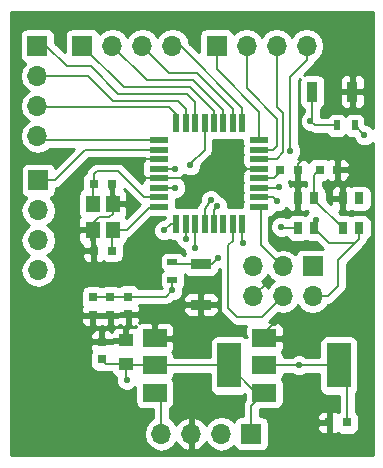
<source format=gbr>
G04 #@! TF.FileFunction,Copper,L1,Top,Signal*
%FSLAX46Y46*%
G04 Gerber Fmt 4.6, Leading zero omitted, Abs format (unit mm)*
G04 Created by KiCad (PCBNEW 4.0.7) date 11/26/17 09:03:08*
%MOMM*%
%LPD*%
G01*
G04 APERTURE LIST*
%ADD10C,0.100000*%
%ADD11R,1.250000X1.000000*%
%ADD12R,0.750000X0.800000*%
%ADD13R,0.800000X0.750000*%
%ADD14R,1.700000X1.700000*%
%ADD15O,1.700000X1.700000*%
%ADD16R,1.700000X0.900000*%
%ADD17R,0.900000X1.700000*%
%ADD18R,1.600000X0.550000*%
%ADD19R,0.550000X1.600000*%
%ADD20R,2.000000X3.800000*%
%ADD21R,2.000000X1.500000*%
%ADD22R,0.800000X1.000000*%
%ADD23R,1.200000X1.400000*%
%ADD24R,0.900000X0.500000*%
%ADD25R,0.500000X0.900000*%
%ADD26C,0.590000*%
%ADD27C,0.160000*%
%ADD28C,0.254000*%
G04 APERTURE END LIST*
D10*
D11*
X159956500Y-134350000D03*
X159956500Y-132350000D03*
D12*
X157924500Y-132473000D03*
X157924500Y-133973000D03*
D13*
X177177000Y-139319000D03*
X178677000Y-139319000D03*
D12*
X160147000Y-130163000D03*
X160147000Y-128663000D03*
X158623000Y-130226500D03*
X158623000Y-128726500D03*
X157162500Y-130226500D03*
X157162500Y-128726500D03*
D13*
X157238000Y-119126000D03*
X158738000Y-119126000D03*
D14*
X175768000Y-126111000D03*
D15*
X175768000Y-128651000D03*
X173228000Y-126111000D03*
X173228000Y-128651000D03*
X170688000Y-126111000D03*
X170688000Y-128651000D03*
D14*
X170561000Y-140271500D03*
D15*
X168021000Y-140271500D03*
X165481000Y-140271500D03*
X162941000Y-140271500D03*
D14*
X152463500Y-107442000D03*
D15*
X152463500Y-109982000D03*
X152463500Y-112522000D03*
X152463500Y-115062000D03*
D14*
X152527000Y-118808500D03*
D15*
X152527000Y-121348500D03*
X152527000Y-123888500D03*
X152527000Y-126428500D03*
D14*
X167640000Y-107442000D03*
D15*
X170180000Y-107442000D03*
X172720000Y-107442000D03*
X175260000Y-107442000D03*
D14*
X156273500Y-107442000D03*
D15*
X158813500Y-107442000D03*
X161353500Y-107442000D03*
X163893500Y-107442000D03*
D16*
X166306500Y-129335000D03*
X166306500Y-125935000D03*
D17*
X179119000Y-111315500D03*
X175719000Y-111315500D03*
D18*
X162755000Y-115437000D03*
X162755000Y-116237000D03*
X162755000Y-117037000D03*
X162755000Y-117837000D03*
X162755000Y-118637000D03*
X162755000Y-119437000D03*
X162755000Y-120237000D03*
X162755000Y-121037000D03*
D19*
X164205000Y-122487000D03*
X165005000Y-122487000D03*
X165805000Y-122487000D03*
X166605000Y-122487000D03*
X167405000Y-122487000D03*
X168205000Y-122487000D03*
X169005000Y-122487000D03*
X169805000Y-122487000D03*
D18*
X171255000Y-121037000D03*
X171255000Y-120237000D03*
X171255000Y-119437000D03*
X171255000Y-118637000D03*
X171255000Y-117837000D03*
X171255000Y-117037000D03*
X171255000Y-116237000D03*
X171255000Y-115437000D03*
D19*
X169805000Y-113987000D03*
X169005000Y-113987000D03*
X168205000Y-113987000D03*
X167405000Y-113987000D03*
X166605000Y-113987000D03*
X165805000Y-113987000D03*
X165005000Y-113987000D03*
X164205000Y-113987000D03*
D20*
X168694500Y-134493000D03*
D21*
X162394500Y-134493000D03*
X162394500Y-136793000D03*
X162394500Y-132193000D03*
D20*
X177965500Y-134493000D03*
D21*
X171665500Y-134493000D03*
X171665500Y-136793000D03*
X171665500Y-132193000D03*
D22*
X175896500Y-120352500D03*
X175896500Y-122852500D03*
X174496500Y-122852500D03*
X174496500Y-120352500D03*
X179706500Y-120352500D03*
X179706500Y-122852500D03*
X178306500Y-122852500D03*
X178306500Y-120352500D03*
D23*
X157138000Y-120820000D03*
X157138000Y-123020000D03*
X158838000Y-123020000D03*
X158838000Y-120820000D03*
D24*
X163893500Y-127242000D03*
X163893500Y-125742000D03*
D13*
X158738000Y-124777500D03*
X157238000Y-124777500D03*
X174486000Y-117983000D03*
X172986000Y-117983000D03*
D25*
X179312000Y-114173000D03*
X177812000Y-114173000D03*
D13*
X177851500Y-117919500D03*
X176351500Y-117919500D03*
D26*
X172783500Y-120586500D03*
X176022000Y-122174000D03*
X164147500Y-119443500D03*
X164084000Y-117856000D03*
X160020000Y-135699500D03*
X180149500Y-114998500D03*
X163893500Y-128143000D03*
X171958000Y-127444500D03*
X172529500Y-130873500D03*
X174625000Y-134493000D03*
X169862500Y-124142500D03*
X163195000Y-123063000D03*
X165036500Y-123761500D03*
X165798500Y-124587000D03*
X173863000Y-116332000D03*
X172910500Y-119380000D03*
X167703500Y-121031000D03*
X173101000Y-122745500D03*
X165417500Y-117538500D03*
X167767000Y-125412500D03*
X167132000Y-120523000D03*
X175577500Y-113792000D03*
D27*
X175896500Y-122852500D02*
X175896500Y-122299500D01*
X172434000Y-120237000D02*
X172783500Y-120586500D01*
X172434000Y-120237000D02*
X171255000Y-120237000D01*
X175896500Y-122299500D02*
X176022000Y-122174000D01*
X162755000Y-119437000D02*
X164141000Y-119437000D01*
X164141000Y-119437000D02*
X164147500Y-119443500D01*
X162755000Y-117837000D02*
X164065000Y-117837000D01*
X164065000Y-117837000D02*
X164084000Y-117856000D01*
X170561000Y-140271500D02*
X170561000Y-137897500D01*
X170561000Y-137897500D02*
X171665500Y-136793000D01*
X159956500Y-134350000D02*
X159956500Y-135636000D01*
X159956500Y-135636000D02*
X160020000Y-135699500D01*
X160147000Y-128663000D02*
X158686500Y-128663000D01*
X158686500Y-128663000D02*
X158623000Y-128726500D01*
X179312000Y-114173000D02*
X179324000Y-114173000D01*
X179324000Y-114173000D02*
X180149500Y-114998500D01*
X171665500Y-136793000D02*
X170994500Y-136793000D01*
X170994500Y-136793000D02*
X168694500Y-134493000D01*
X157162500Y-128726500D02*
X158623000Y-128726500D01*
X158623000Y-128726500D02*
X158686500Y-128663000D01*
X158686500Y-128663000D02*
X163373500Y-128663000D01*
X163373500Y-128663000D02*
X163893500Y-128143000D01*
X159956500Y-134350000D02*
X158301500Y-134350000D01*
X158301500Y-134350000D02*
X157924500Y-133973000D01*
X162394500Y-134493000D02*
X160099500Y-134493000D01*
X160099500Y-134493000D02*
X159956500Y-134350000D01*
X168694500Y-134493000D02*
X162394500Y-134493000D01*
X175768000Y-128651000D02*
X177038000Y-128651000D01*
X177927000Y-125603000D02*
X179387500Y-124142500D01*
X177927000Y-127762000D02*
X177927000Y-125603000D01*
X177038000Y-128651000D02*
X177927000Y-127762000D01*
X175896500Y-122852500D02*
X175896500Y-122874000D01*
X175896500Y-122874000D02*
X177165000Y-124142500D01*
X177165000Y-124142500D02*
X179387500Y-124142500D01*
X179387500Y-124142500D02*
X179706500Y-123823500D01*
X179706500Y-123823500D02*
X179706500Y-122852500D01*
X163893500Y-127242000D02*
X163893500Y-128143000D01*
X174486000Y-117983000D02*
X174486000Y-117423500D01*
X174486000Y-117423500D02*
X175133000Y-116776500D01*
X171255000Y-117837000D02*
X167087500Y-117837000D01*
X166287500Y-118637000D02*
X162755000Y-118637000D01*
X167087500Y-117837000D02*
X166287500Y-118637000D01*
X170688000Y-128651000D02*
X170751500Y-128651000D01*
X170751500Y-128651000D02*
X171958000Y-127444500D01*
X172529500Y-130873500D02*
X171665500Y-131737500D01*
X171665500Y-131737500D02*
X171665500Y-132193000D01*
X157138000Y-123020000D02*
X157138000Y-122452500D01*
X157138000Y-122452500D02*
X157670500Y-121920000D01*
X157670500Y-121920000D02*
X158559500Y-121920000D01*
X158559500Y-121920000D02*
X158838000Y-121641500D01*
X158838000Y-121641500D02*
X158838000Y-120820000D01*
X162755000Y-118637000D02*
X161398000Y-118637000D01*
X161398000Y-118637000D02*
X161353500Y-118681500D01*
X165481000Y-140271500D02*
X165481000Y-138874500D01*
X165481000Y-138874500D02*
X165544500Y-138811000D01*
X162755000Y-117037000D02*
X161296500Y-117037000D01*
X161296500Y-117037000D02*
X161226500Y-116967000D01*
X178677000Y-139319000D02*
X178677000Y-135204500D01*
X178677000Y-135204500D02*
X177965500Y-134493000D01*
X174625000Y-134493000D02*
X177965500Y-134493000D01*
X174625000Y-134493000D02*
X171665500Y-134493000D01*
X169805000Y-124085000D02*
X169805000Y-122487000D01*
X169862500Y-124142500D02*
X169805000Y-124085000D01*
X173228000Y-126111000D02*
X172275500Y-125158500D01*
X171386500Y-124269500D02*
X171386500Y-121168500D01*
X172275500Y-125158500D02*
X171386500Y-124269500D01*
X171386500Y-121168500D02*
X171255000Y-121037000D01*
X169005000Y-122487000D02*
X169005000Y-123920500D01*
X171450000Y-130429000D02*
X173228000Y-128651000D01*
X169354500Y-130429000D02*
X171450000Y-130429000D01*
X168592500Y-129667000D02*
X169354500Y-130429000D01*
X168592500Y-124333000D02*
X168592500Y-129667000D01*
X169005000Y-123920500D02*
X168592500Y-124333000D01*
X162941000Y-140271500D02*
X162941000Y-137339500D01*
X162941000Y-137339500D02*
X162394500Y-136793000D01*
X165805000Y-113987000D02*
X165805000Y-112211000D01*
X154940000Y-109156500D02*
X153225500Y-107442000D01*
X156972000Y-109156500D02*
X154940000Y-109156500D01*
X159321500Y-111506000D02*
X156972000Y-109156500D01*
X165100000Y-111506000D02*
X159321500Y-111506000D01*
X165805000Y-112211000D02*
X165100000Y-111506000D01*
X153225500Y-107442000D02*
X152463500Y-107442000D01*
X165005000Y-113987000D02*
X165005000Y-112808000D01*
X156718000Y-109982000D02*
X152463500Y-109982000D01*
X158877000Y-112141000D02*
X156718000Y-109982000D01*
X164338000Y-112141000D02*
X158877000Y-112141000D01*
X165005000Y-112808000D02*
X164338000Y-112141000D01*
X164205000Y-113987000D02*
X164205000Y-113214500D01*
X164205000Y-113214500D02*
X163639500Y-112649000D01*
X163639500Y-112649000D02*
X152590500Y-112649000D01*
X152590500Y-112649000D02*
X152463500Y-112522000D01*
X152463500Y-115062000D02*
X152590500Y-115062000D01*
X152590500Y-115062000D02*
X152965500Y-115437000D01*
X152965500Y-115437000D02*
X162755000Y-115437000D01*
X152527000Y-118808500D02*
X153924000Y-118808500D01*
X156495500Y-116237000D02*
X162755000Y-116237000D01*
X153924000Y-118808500D02*
X156495500Y-116237000D01*
X163195000Y-123063000D02*
X163771000Y-122487000D01*
X163771000Y-122487000D02*
X164205000Y-122487000D01*
X165005000Y-123730000D02*
X165005000Y-122487000D01*
X165036500Y-123761500D02*
X165005000Y-123730000D01*
X165798500Y-124587000D02*
X165805000Y-124580500D01*
X165805000Y-124580500D02*
X165805000Y-122487000D01*
X170180000Y-107442000D02*
X170180000Y-110998000D01*
X172434000Y-116237000D02*
X171255000Y-116237000D01*
X172783500Y-115887500D02*
X172434000Y-116237000D01*
X172783500Y-113601500D02*
X172783500Y-115887500D01*
X170180000Y-110998000D02*
X172783500Y-113601500D01*
X167640000Y-107442000D02*
X167640000Y-109410500D01*
X171259500Y-113030000D02*
X171259500Y-115432500D01*
X167640000Y-109410500D02*
X171259500Y-113030000D01*
X171259500Y-115432500D02*
X171255000Y-115437000D01*
X163893500Y-107442000D02*
X164592000Y-107442000D01*
X164592000Y-107442000D02*
X169805000Y-112655000D01*
X169805000Y-112655000D02*
X169805000Y-113987000D01*
X161353500Y-107442000D02*
X163639500Y-109728000D01*
X169005000Y-112744000D02*
X169005000Y-113987000D01*
X165989000Y-109728000D02*
X169005000Y-112744000D01*
X163639500Y-109728000D02*
X165989000Y-109728000D01*
X168205000Y-113987000D02*
X168205000Y-112896500D01*
X161734500Y-110363000D02*
X158813500Y-107442000D01*
X165671500Y-110363000D02*
X161734500Y-110363000D01*
X168205000Y-112896500D02*
X165671500Y-110363000D01*
X167405000Y-113987000D02*
X167405000Y-112922000D01*
X159766000Y-110934500D02*
X156273500Y-107442000D01*
X165417500Y-110934500D02*
X159766000Y-110934500D01*
X167405000Y-112922000D02*
X165417500Y-110934500D01*
X171255000Y-119437000D02*
X172853500Y-119437000D01*
X175260000Y-108648500D02*
X175260000Y-107442000D01*
X173863000Y-110045500D02*
X175260000Y-108648500D01*
X173863000Y-114744500D02*
X173863000Y-110045500D01*
X173863000Y-116332000D02*
X173863000Y-114744500D01*
X172853500Y-119437000D02*
X172910500Y-119380000D01*
X172720000Y-107442000D02*
X172720000Y-112204500D01*
X172713500Y-117037000D02*
X171255000Y-117037000D01*
X173291500Y-116459000D02*
X172713500Y-117037000D01*
X173291500Y-113157000D02*
X173291500Y-116459000D01*
X172720000Y-112585500D02*
X173291500Y-113157000D01*
X172720000Y-112204500D02*
X172720000Y-112585500D01*
X167405000Y-121329500D02*
X167703500Y-121031000D01*
X167405000Y-122487000D02*
X167405000Y-121329500D01*
X173208000Y-122852500D02*
X174496500Y-122852500D01*
X173101000Y-122745500D02*
X173208000Y-122852500D01*
X165417500Y-117538500D02*
X165417500Y-117475000D01*
X166605000Y-116287500D02*
X166605000Y-113987000D01*
X165417500Y-117475000D02*
X166605000Y-116287500D01*
X166306500Y-125935000D02*
X164086500Y-125935000D01*
X164086500Y-125935000D02*
X163893500Y-125742000D01*
X167244500Y-125935000D02*
X166306500Y-125935000D01*
X167767000Y-125412500D02*
X167244500Y-125935000D01*
X162755000Y-120237000D02*
X161512000Y-120237000D01*
X157238000Y-118288500D02*
X157238000Y-119126000D01*
X157480000Y-118046500D02*
X157238000Y-118288500D01*
X159321500Y-118046500D02*
X157480000Y-118046500D01*
X161512000Y-120237000D02*
X159321500Y-118046500D01*
X157138000Y-120820000D02*
X157138000Y-119226000D01*
X157138000Y-119226000D02*
X157238000Y-119126000D01*
X158738000Y-124777500D02*
X158738000Y-123120000D01*
X158738000Y-123120000D02*
X158838000Y-123020000D01*
X162755000Y-121037000D02*
X161982500Y-121037000D01*
X161982500Y-121037000D02*
X159999500Y-123020000D01*
X159999500Y-123020000D02*
X158838000Y-123020000D01*
X172986000Y-117983000D02*
X172986000Y-118098000D01*
X172986000Y-118098000D02*
X172447000Y-118637000D01*
X172447000Y-118637000D02*
X171255000Y-118637000D01*
X171274000Y-118618000D02*
X171255000Y-118637000D01*
X177812000Y-114173000D02*
X175958500Y-114173000D01*
X175958500Y-114173000D02*
X175577500Y-113792000D01*
X166605000Y-121240500D02*
X167132000Y-120523000D01*
X166605000Y-122487000D02*
X166605000Y-121240500D01*
X175719000Y-113650500D02*
X175719000Y-111315500D01*
X175577500Y-113792000D02*
X175719000Y-113650500D01*
X175896500Y-120352500D02*
X175896500Y-118374500D01*
X175896500Y-118374500D02*
X176351500Y-117919500D01*
X175896500Y-120352500D02*
X175896500Y-120442500D01*
X175896500Y-120442500D02*
X178306500Y-122852500D01*
D28*
G36*
X180836500Y-114370331D02*
X180676991Y-114210544D01*
X180335300Y-114068662D01*
X180230733Y-114068571D01*
X180209440Y-114047278D01*
X180209440Y-113723000D01*
X180165162Y-113487683D01*
X180026090Y-113271559D01*
X179813890Y-113126569D01*
X179562000Y-113075560D01*
X179062000Y-113075560D01*
X178826683Y-113119838D01*
X178610559Y-113258910D01*
X178562866Y-113328711D01*
X178526090Y-113271559D01*
X178313890Y-113126569D01*
X178062000Y-113075560D01*
X177562000Y-113075560D01*
X177326683Y-113119838D01*
X177110559Y-113258910D01*
X176974527Y-113458000D01*
X176445756Y-113458000D01*
X176434000Y-113429549D01*
X176434000Y-112749562D01*
X176620441Y-112629590D01*
X176765431Y-112417390D01*
X176816440Y-112165500D01*
X176816440Y-111601250D01*
X178034000Y-111601250D01*
X178034000Y-112291810D01*
X178130673Y-112525199D01*
X178309302Y-112703827D01*
X178542691Y-112800500D01*
X178833250Y-112800500D01*
X178992000Y-112641750D01*
X178992000Y-111442500D01*
X179246000Y-111442500D01*
X179246000Y-112641750D01*
X179404750Y-112800500D01*
X179695309Y-112800500D01*
X179928698Y-112703827D01*
X180107327Y-112525199D01*
X180204000Y-112291810D01*
X180204000Y-111601250D01*
X180045250Y-111442500D01*
X179246000Y-111442500D01*
X178992000Y-111442500D01*
X178192750Y-111442500D01*
X178034000Y-111601250D01*
X176816440Y-111601250D01*
X176816440Y-110465500D01*
X176792674Y-110339190D01*
X178034000Y-110339190D01*
X178034000Y-111029750D01*
X178192750Y-111188500D01*
X178992000Y-111188500D01*
X178992000Y-109989250D01*
X179246000Y-109989250D01*
X179246000Y-111188500D01*
X180045250Y-111188500D01*
X180204000Y-111029750D01*
X180204000Y-110339190D01*
X180107327Y-110105801D01*
X179928698Y-109927173D01*
X179695309Y-109830500D01*
X179404750Y-109830500D01*
X179246000Y-109989250D01*
X178992000Y-109989250D01*
X178833250Y-109830500D01*
X178542691Y-109830500D01*
X178309302Y-109927173D01*
X178130673Y-110105801D01*
X178034000Y-110339190D01*
X176792674Y-110339190D01*
X176772162Y-110230183D01*
X176633090Y-110014059D01*
X176420890Y-109869069D01*
X176169000Y-109818060D01*
X175269000Y-109818060D01*
X175062804Y-109856858D01*
X175765581Y-109154082D01*
X175920574Y-108922119D01*
X175936301Y-108843054D01*
X175952858Y-108759817D01*
X176310054Y-108521147D01*
X176631961Y-108039378D01*
X176745000Y-107471093D01*
X176745000Y-107412907D01*
X176631961Y-106844622D01*
X176310054Y-106362853D01*
X175828285Y-106040946D01*
X175260000Y-105927907D01*
X174691715Y-106040946D01*
X174209946Y-106362853D01*
X173990000Y-106692026D01*
X173770054Y-106362853D01*
X173288285Y-106040946D01*
X172720000Y-105927907D01*
X172151715Y-106040946D01*
X171669946Y-106362853D01*
X171450000Y-106692026D01*
X171230054Y-106362853D01*
X170748285Y-106040946D01*
X170180000Y-105927907D01*
X169611715Y-106040946D01*
X169129946Y-106362853D01*
X169102150Y-106404452D01*
X169093162Y-106356683D01*
X168954090Y-106140559D01*
X168741890Y-105995569D01*
X168490000Y-105944560D01*
X166790000Y-105944560D01*
X166554683Y-105988838D01*
X166338559Y-106127910D01*
X166193569Y-106340110D01*
X166142560Y-106592000D01*
X166142560Y-107981398D01*
X165329940Y-107168778D01*
X165265461Y-106844622D01*
X164943554Y-106362853D01*
X164461785Y-106040946D01*
X163893500Y-105927907D01*
X163325215Y-106040946D01*
X162843446Y-106362853D01*
X162623500Y-106692026D01*
X162403554Y-106362853D01*
X161921785Y-106040946D01*
X161353500Y-105927907D01*
X160785215Y-106040946D01*
X160303446Y-106362853D01*
X160083500Y-106692026D01*
X159863554Y-106362853D01*
X159381785Y-106040946D01*
X158813500Y-105927907D01*
X158245215Y-106040946D01*
X157763446Y-106362853D01*
X157735650Y-106404452D01*
X157726662Y-106356683D01*
X157587590Y-106140559D01*
X157375390Y-105995569D01*
X157123500Y-105944560D01*
X155423500Y-105944560D01*
X155188183Y-105988838D01*
X154972059Y-106127910D01*
X154827069Y-106340110D01*
X154776060Y-106592000D01*
X154776060Y-107981398D01*
X153960940Y-107166278D01*
X153960940Y-106592000D01*
X153916662Y-106356683D01*
X153777590Y-106140559D01*
X153565390Y-105995569D01*
X153313500Y-105944560D01*
X151613500Y-105944560D01*
X151378183Y-105988838D01*
X151162059Y-106127910D01*
X151017069Y-106340110D01*
X150966060Y-106592000D01*
X150966060Y-108292000D01*
X151010338Y-108527317D01*
X151149410Y-108743441D01*
X151361610Y-108888431D01*
X151429041Y-108902086D01*
X151384353Y-108931946D01*
X151062446Y-109413715D01*
X150949407Y-109982000D01*
X151062446Y-110550285D01*
X151384353Y-111032054D01*
X151713526Y-111252000D01*
X151384353Y-111471946D01*
X151062446Y-111953715D01*
X150949407Y-112522000D01*
X151062446Y-113090285D01*
X151384353Y-113572054D01*
X151713526Y-113792000D01*
X151384353Y-114011946D01*
X151062446Y-114493715D01*
X150949407Y-115062000D01*
X151062446Y-115630285D01*
X151384353Y-116112054D01*
X151866122Y-116433961D01*
X152434407Y-116547000D01*
X152492593Y-116547000D01*
X153060878Y-116433961D01*
X153482863Y-116152000D01*
X155569338Y-116152000D01*
X153983011Y-117738327D01*
X153980162Y-117723183D01*
X153841090Y-117507059D01*
X153628890Y-117362069D01*
X153377000Y-117311060D01*
X151677000Y-117311060D01*
X151441683Y-117355338D01*
X151225559Y-117494410D01*
X151080569Y-117706610D01*
X151029560Y-117958500D01*
X151029560Y-119658500D01*
X151073838Y-119893817D01*
X151212910Y-120109941D01*
X151425110Y-120254931D01*
X151492541Y-120268586D01*
X151447853Y-120298446D01*
X151125946Y-120780215D01*
X151012907Y-121348500D01*
X151125946Y-121916785D01*
X151447853Y-122398554D01*
X151777026Y-122618500D01*
X151447853Y-122838446D01*
X151125946Y-123320215D01*
X151012907Y-123888500D01*
X151125946Y-124456785D01*
X151447853Y-124938554D01*
X151777026Y-125158500D01*
X151447853Y-125378446D01*
X151125946Y-125860215D01*
X151012907Y-126428500D01*
X151125946Y-126996785D01*
X151447853Y-127478554D01*
X151929622Y-127800461D01*
X152497907Y-127913500D01*
X152556093Y-127913500D01*
X153124378Y-127800461D01*
X153606147Y-127478554D01*
X153928054Y-126996785D01*
X154041093Y-126428500D01*
X153928054Y-125860215D01*
X153606147Y-125378446D01*
X153276974Y-125158500D01*
X153419525Y-125063250D01*
X156203000Y-125063250D01*
X156203000Y-125278810D01*
X156299673Y-125512199D01*
X156478302Y-125690827D01*
X156711691Y-125787500D01*
X156952250Y-125787500D01*
X157111000Y-125628750D01*
X157111000Y-124904500D01*
X156361750Y-124904500D01*
X156203000Y-125063250D01*
X153419525Y-125063250D01*
X153606147Y-124938554D01*
X153928054Y-124456785D01*
X154041093Y-123888500D01*
X153928054Y-123320215D01*
X153918389Y-123305750D01*
X155903000Y-123305750D01*
X155903000Y-123846309D01*
X155999673Y-124079698D01*
X156178301Y-124258327D01*
X156205698Y-124269675D01*
X156203000Y-124276190D01*
X156203000Y-124491750D01*
X156361750Y-124650500D01*
X157111000Y-124650500D01*
X157111000Y-123926250D01*
X157011000Y-123826250D01*
X157011000Y-123147000D01*
X156061750Y-123147000D01*
X155903000Y-123305750D01*
X153918389Y-123305750D01*
X153606147Y-122838446D01*
X153276974Y-122618500D01*
X153606147Y-122398554D01*
X153928054Y-121916785D01*
X154041093Y-121348500D01*
X153928054Y-120780215D01*
X153606147Y-120298446D01*
X153564548Y-120270650D01*
X153612317Y-120261662D01*
X153828441Y-120122590D01*
X153973431Y-119910390D01*
X154024440Y-119658500D01*
X154024440Y-119503521D01*
X154197619Y-119469074D01*
X154429581Y-119314081D01*
X156791662Y-116952000D01*
X161483548Y-116952000D01*
X161490910Y-116963441D01*
X161598397Y-117036884D01*
X161503559Y-117097910D01*
X161414505Y-117228245D01*
X161320000Y-117322750D01*
X161320000Y-117438310D01*
X161328468Y-117458753D01*
X161307560Y-117562000D01*
X161307560Y-118112000D01*
X161327450Y-118217705D01*
X161320000Y-118235690D01*
X161320000Y-118351250D01*
X161416401Y-118447651D01*
X161490910Y-118563441D01*
X161598397Y-118636884D01*
X161503559Y-118697910D01*
X161414505Y-118828245D01*
X161320000Y-118922750D01*
X161320000Y-119033838D01*
X159827081Y-117540919D01*
X159595119Y-117385926D01*
X159321500Y-117331500D01*
X157480000Y-117331500D01*
X157206381Y-117385926D01*
X157129306Y-117437426D01*
X156974419Y-117540918D01*
X156732419Y-117782919D01*
X156577426Y-118014881D01*
X156543390Y-118185992D01*
X156386559Y-118286910D01*
X156241569Y-118499110D01*
X156190560Y-118751000D01*
X156190560Y-119501000D01*
X156205328Y-119579484D01*
X156086559Y-119655910D01*
X155941569Y-119868110D01*
X155890560Y-120120000D01*
X155890560Y-121520000D01*
X155934838Y-121755317D01*
X156040482Y-121919493D01*
X155999673Y-121960302D01*
X155903000Y-122193691D01*
X155903000Y-122734250D01*
X156061750Y-122893000D01*
X157011000Y-122893000D01*
X157011000Y-122873000D01*
X157265000Y-122873000D01*
X157265000Y-122893000D01*
X157285000Y-122893000D01*
X157285000Y-123147000D01*
X157265000Y-123147000D01*
X157265000Y-124196250D01*
X157365000Y-124296250D01*
X157365000Y-124650500D01*
X157385000Y-124650500D01*
X157385000Y-124904500D01*
X157365000Y-124904500D01*
X157365000Y-125628750D01*
X157523750Y-125787500D01*
X157764309Y-125787500D01*
X157997698Y-125690827D01*
X157999068Y-125689457D01*
X158086110Y-125748931D01*
X158338000Y-125799940D01*
X159138000Y-125799940D01*
X159373317Y-125755662D01*
X159589441Y-125616590D01*
X159734431Y-125404390D01*
X159785440Y-125152500D01*
X159785440Y-124402500D01*
X159760014Y-124267374D01*
X159889441Y-124184090D01*
X160034431Y-123971890D01*
X160085440Y-123720000D01*
X160085440Y-123717906D01*
X160273119Y-123680574D01*
X160505081Y-123525581D01*
X162071223Y-121959440D01*
X163282560Y-121959440D01*
X163282560Y-121969966D01*
X163265419Y-121981419D01*
X163113909Y-122132929D01*
X163010823Y-122132839D01*
X162668885Y-122274124D01*
X162407044Y-122535509D01*
X162265162Y-122877200D01*
X162264839Y-123247177D01*
X162406124Y-123589115D01*
X162667509Y-123850956D01*
X163009200Y-123992838D01*
X163379177Y-123993161D01*
X163665537Y-123874840D01*
X163678110Y-123883431D01*
X163930000Y-123934440D01*
X164106349Y-123934440D01*
X164106339Y-123945677D01*
X164247624Y-124287615D01*
X164509009Y-124549456D01*
X164850700Y-124691338D01*
X164868409Y-124691353D01*
X164868339Y-124771177D01*
X164984162Y-125051493D01*
X164896852Y-125179276D01*
X164807590Y-125040559D01*
X164595390Y-124895569D01*
X164343500Y-124844560D01*
X163443500Y-124844560D01*
X163208183Y-124888838D01*
X162992059Y-125027910D01*
X162847069Y-125240110D01*
X162796060Y-125492000D01*
X162796060Y-125992000D01*
X162840338Y-126227317D01*
X162979410Y-126443441D01*
X163049211Y-126491134D01*
X162992059Y-126527910D01*
X162847069Y-126740110D01*
X162796060Y-126992000D01*
X162796060Y-127492000D01*
X162840338Y-127727317D01*
X162973311Y-127933963D01*
X162967482Y-127948000D01*
X161073887Y-127948000D01*
X160986090Y-127811559D01*
X160773890Y-127666569D01*
X160522000Y-127615560D01*
X159772000Y-127615560D01*
X159536683Y-127659838D01*
X159336052Y-127788941D01*
X159249890Y-127730069D01*
X158998000Y-127679060D01*
X158248000Y-127679060D01*
X158012683Y-127723338D01*
X157892615Y-127800600D01*
X157789390Y-127730069D01*
X157537500Y-127679060D01*
X156787500Y-127679060D01*
X156552183Y-127723338D01*
X156336059Y-127862410D01*
X156191069Y-128074610D01*
X156140060Y-128326500D01*
X156140060Y-129126500D01*
X156184338Y-129361817D01*
X156250829Y-129465146D01*
X156249173Y-129466802D01*
X156152500Y-129700191D01*
X156152500Y-129940750D01*
X156311250Y-130099500D01*
X157035500Y-130099500D01*
X157035500Y-130079500D01*
X157289500Y-130079500D01*
X157289500Y-130099500D01*
X158496000Y-130099500D01*
X158496000Y-130079500D01*
X158750000Y-130079500D01*
X158750000Y-130099500D01*
X159474250Y-130099500D01*
X159537750Y-130036000D01*
X160020000Y-130036000D01*
X160020000Y-130016000D01*
X160274000Y-130016000D01*
X160274000Y-130036000D01*
X160998250Y-130036000D01*
X161157000Y-129877250D01*
X161157000Y-129636691D01*
X161150398Y-129620750D01*
X164821500Y-129620750D01*
X164821500Y-129911309D01*
X164918173Y-130144698D01*
X165096801Y-130323327D01*
X165330190Y-130420000D01*
X166020750Y-130420000D01*
X166179500Y-130261250D01*
X166179500Y-129462000D01*
X166433500Y-129462000D01*
X166433500Y-130261250D01*
X166592250Y-130420000D01*
X167282810Y-130420000D01*
X167516199Y-130323327D01*
X167694827Y-130144698D01*
X167791500Y-129911309D01*
X167791500Y-129620750D01*
X167632750Y-129462000D01*
X166433500Y-129462000D01*
X166179500Y-129462000D01*
X164980250Y-129462000D01*
X164821500Y-129620750D01*
X161150398Y-129620750D01*
X161060327Y-129403302D01*
X161058957Y-129401932D01*
X161075310Y-129378000D01*
X163373500Y-129378000D01*
X163647119Y-129323574D01*
X163879081Y-129168581D01*
X163974591Y-129073071D01*
X164077677Y-129073161D01*
X164419615Y-128931876D01*
X164593102Y-128758691D01*
X164821500Y-128758691D01*
X164821500Y-129049250D01*
X164980250Y-129208000D01*
X166179500Y-129208000D01*
X166179500Y-128408750D01*
X166433500Y-128408750D01*
X166433500Y-129208000D01*
X167632750Y-129208000D01*
X167791500Y-129049250D01*
X167791500Y-128758691D01*
X167694827Y-128525302D01*
X167516199Y-128346673D01*
X167282810Y-128250000D01*
X166592250Y-128250000D01*
X166433500Y-128408750D01*
X166179500Y-128408750D01*
X166020750Y-128250000D01*
X165330190Y-128250000D01*
X165096801Y-128346673D01*
X164918173Y-128525302D01*
X164821500Y-128758691D01*
X164593102Y-128758691D01*
X164681456Y-128670491D01*
X164823338Y-128328800D01*
X164823661Y-127958823D01*
X164812134Y-127930927D01*
X164939931Y-127743890D01*
X164990940Y-127492000D01*
X164990940Y-126992000D01*
X164948966Y-126768927D01*
X164992410Y-126836441D01*
X165204610Y-126981431D01*
X165456500Y-127032440D01*
X167156500Y-127032440D01*
X167391817Y-126988162D01*
X167607941Y-126849090D01*
X167752931Y-126636890D01*
X167803503Y-126387159D01*
X167848091Y-126342571D01*
X167877500Y-126342597D01*
X167877500Y-129667000D01*
X167931926Y-129940619D01*
X168086919Y-130172581D01*
X168848919Y-130934582D01*
X168987970Y-131027493D01*
X169080881Y-131089574D01*
X169354500Y-131144000D01*
X170102031Y-131144000D01*
X170030500Y-131316690D01*
X170030500Y-131907250D01*
X170189248Y-132065998D01*
X170048003Y-132065998D01*
X169946390Y-131996569D01*
X169694500Y-131945560D01*
X167694500Y-131945560D01*
X167459183Y-131989838D01*
X167243059Y-132128910D01*
X167098069Y-132341110D01*
X167047060Y-132593000D01*
X167047060Y-133778000D01*
X164041940Y-133778000D01*
X164041940Y-133743000D01*
X163997662Y-133507683D01*
X163892018Y-133343508D01*
X163932827Y-133302699D01*
X164029500Y-133069310D01*
X164029500Y-132478750D01*
X163870750Y-132320000D01*
X162521500Y-132320000D01*
X162521500Y-132340000D01*
X162267500Y-132340000D01*
X162267500Y-132320000D01*
X162247500Y-132320000D01*
X162247500Y-132066000D01*
X162267500Y-132066000D01*
X162267500Y-130966750D01*
X162521500Y-130966750D01*
X162521500Y-132066000D01*
X163870750Y-132066000D01*
X164029500Y-131907250D01*
X164029500Y-131316690D01*
X163932827Y-131083301D01*
X163754198Y-130904673D01*
X163520809Y-130808000D01*
X162680250Y-130808000D01*
X162521500Y-130966750D01*
X162267500Y-130966750D01*
X162108750Y-130808000D01*
X161268191Y-130808000D01*
X161074626Y-130888177D01*
X161157000Y-130689309D01*
X161157000Y-130448750D01*
X160998250Y-130290000D01*
X160274000Y-130290000D01*
X160274000Y-131039250D01*
X160432750Y-131198000D01*
X160648310Y-131198000D01*
X160841873Y-131117823D01*
X160787883Y-131248167D01*
X160707810Y-131215000D01*
X160242250Y-131215000D01*
X160083500Y-131373750D01*
X160083500Y-132223000D01*
X160103500Y-132223000D01*
X160103500Y-132477000D01*
X160083500Y-132477000D01*
X160083500Y-132497000D01*
X159829500Y-132497000D01*
X159829500Y-132477000D01*
X158855250Y-132477000D01*
X158732250Y-132600000D01*
X158051500Y-132600000D01*
X158051500Y-132620000D01*
X157797500Y-132620000D01*
X157797500Y-132600000D01*
X157073250Y-132600000D01*
X156914500Y-132758750D01*
X156914500Y-132999309D01*
X157011173Y-133232698D01*
X157012543Y-133234068D01*
X156953069Y-133321110D01*
X156902060Y-133573000D01*
X156902060Y-134373000D01*
X156946338Y-134608317D01*
X157085410Y-134824441D01*
X157297610Y-134969431D01*
X157549500Y-135020440D01*
X158077478Y-135020440D01*
X158301500Y-135065000D01*
X158724515Y-135065000D01*
X158728338Y-135085317D01*
X158867410Y-135301441D01*
X159079610Y-135446431D01*
X159115109Y-135453620D01*
X159090162Y-135513700D01*
X159089839Y-135883677D01*
X159231124Y-136225615D01*
X159492509Y-136487456D01*
X159834200Y-136629338D01*
X160204177Y-136629661D01*
X160546115Y-136488376D01*
X160747060Y-136287781D01*
X160747060Y-137543000D01*
X160791338Y-137778317D01*
X160930410Y-137994441D01*
X161142610Y-138139431D01*
X161394500Y-138190440D01*
X162226000Y-138190440D01*
X162226000Y-138968478D01*
X161890946Y-139192353D01*
X161569039Y-139674122D01*
X161456000Y-140242407D01*
X161456000Y-140300593D01*
X161569039Y-140868878D01*
X161890946Y-141350647D01*
X162372715Y-141672554D01*
X162941000Y-141785593D01*
X163509285Y-141672554D01*
X163991054Y-141350647D01*
X164218702Y-141009947D01*
X164285817Y-141152858D01*
X164714076Y-141543145D01*
X165124110Y-141712976D01*
X165354000Y-141591655D01*
X165354000Y-140398500D01*
X165334000Y-140398500D01*
X165334000Y-140144500D01*
X165354000Y-140144500D01*
X165354000Y-138951345D01*
X165124110Y-138830024D01*
X164714076Y-138999855D01*
X164285817Y-139390142D01*
X164218702Y-139533053D01*
X163991054Y-139192353D01*
X163656000Y-138968478D01*
X163656000Y-138129314D01*
X163845941Y-138007090D01*
X163990931Y-137794890D01*
X164041940Y-137543000D01*
X164041940Y-136043000D01*
X163997662Y-135807683D01*
X163890741Y-135641523D01*
X163990931Y-135494890D01*
X164041940Y-135243000D01*
X164041940Y-135208000D01*
X167047060Y-135208000D01*
X167047060Y-136393000D01*
X167091338Y-136628317D01*
X167230410Y-136844441D01*
X167442610Y-136989431D01*
X167694500Y-137040440D01*
X169694500Y-137040440D01*
X169929817Y-136996162D01*
X170018060Y-136939379D01*
X170018060Y-137447830D01*
X169900426Y-137623881D01*
X169846000Y-137897500D01*
X169846000Y-138774060D01*
X169711000Y-138774060D01*
X169475683Y-138818338D01*
X169259559Y-138957410D01*
X169114569Y-139169610D01*
X169100914Y-139237041D01*
X169071054Y-139192353D01*
X168589285Y-138870446D01*
X168021000Y-138757407D01*
X167452715Y-138870446D01*
X166970946Y-139192353D01*
X166743298Y-139533053D01*
X166676183Y-139390142D01*
X166247924Y-138999855D01*
X165837890Y-138830024D01*
X165608000Y-138951345D01*
X165608000Y-140144500D01*
X165628000Y-140144500D01*
X165628000Y-140398500D01*
X165608000Y-140398500D01*
X165608000Y-141591655D01*
X165837890Y-141712976D01*
X166247924Y-141543145D01*
X166676183Y-141152858D01*
X166743298Y-141009947D01*
X166970946Y-141350647D01*
X167452715Y-141672554D01*
X168021000Y-141785593D01*
X168589285Y-141672554D01*
X169071054Y-141350647D01*
X169098850Y-141309048D01*
X169107838Y-141356817D01*
X169246910Y-141572941D01*
X169459110Y-141717931D01*
X169711000Y-141768940D01*
X171411000Y-141768940D01*
X171646317Y-141724662D01*
X171862441Y-141585590D01*
X172007431Y-141373390D01*
X172058440Y-141121500D01*
X172058440Y-139604750D01*
X176142000Y-139604750D01*
X176142000Y-139820310D01*
X176238673Y-140053699D01*
X176417302Y-140232327D01*
X176650691Y-140329000D01*
X176891250Y-140329000D01*
X177050000Y-140170250D01*
X177050000Y-139446000D01*
X176300750Y-139446000D01*
X176142000Y-139604750D01*
X172058440Y-139604750D01*
X172058440Y-139421500D01*
X172014162Y-139186183D01*
X171875090Y-138970059D01*
X171662890Y-138825069D01*
X171626452Y-138817690D01*
X176142000Y-138817690D01*
X176142000Y-139033250D01*
X176300750Y-139192000D01*
X177050000Y-139192000D01*
X177050000Y-138467750D01*
X176891250Y-138309000D01*
X176650691Y-138309000D01*
X176417302Y-138405673D01*
X176238673Y-138584301D01*
X176142000Y-138817690D01*
X171626452Y-138817690D01*
X171411000Y-138774060D01*
X171276000Y-138774060D01*
X171276000Y-138193662D01*
X171279222Y-138190440D01*
X172665500Y-138190440D01*
X172900817Y-138146162D01*
X173116941Y-138007090D01*
X173261931Y-137794890D01*
X173312940Y-137543000D01*
X173312940Y-136043000D01*
X173268662Y-135807683D01*
X173161741Y-135641523D01*
X173261931Y-135494890D01*
X173312940Y-135243000D01*
X173312940Y-135208000D01*
X174024680Y-135208000D01*
X174097509Y-135280956D01*
X174439200Y-135422838D01*
X174809177Y-135423161D01*
X175151115Y-135281876D01*
X175225120Y-135208000D01*
X176318060Y-135208000D01*
X176318060Y-136393000D01*
X176362338Y-136628317D01*
X176501410Y-136844441D01*
X176713610Y-136989431D01*
X176965500Y-137040440D01*
X177962000Y-137040440D01*
X177962000Y-138392113D01*
X177938354Y-138407329D01*
X177936698Y-138405673D01*
X177703309Y-138309000D01*
X177462750Y-138309000D01*
X177304000Y-138467750D01*
X177304000Y-139192000D01*
X177324000Y-139192000D01*
X177324000Y-139446000D01*
X177304000Y-139446000D01*
X177304000Y-140170250D01*
X177462750Y-140329000D01*
X177703309Y-140329000D01*
X177936698Y-140232327D01*
X177938068Y-140230957D01*
X178025110Y-140290431D01*
X178277000Y-140341440D01*
X179077000Y-140341440D01*
X179312317Y-140297162D01*
X179528441Y-140158090D01*
X179673431Y-139945890D01*
X179724440Y-139694000D01*
X179724440Y-138944000D01*
X179680162Y-138708683D01*
X179541090Y-138492559D01*
X179392000Y-138390690D01*
X179392000Y-136873139D01*
X179416941Y-136857090D01*
X179561931Y-136644890D01*
X179612940Y-136393000D01*
X179612940Y-132593000D01*
X179568662Y-132357683D01*
X179429590Y-132141559D01*
X179217390Y-131996569D01*
X178965500Y-131945560D01*
X176965500Y-131945560D01*
X176730183Y-131989838D01*
X176514059Y-132128910D01*
X176369069Y-132341110D01*
X176318060Y-132593000D01*
X176318060Y-133778000D01*
X175225320Y-133778000D01*
X175152491Y-133705044D01*
X174810800Y-133563162D01*
X174440823Y-133562839D01*
X174098885Y-133704124D01*
X174024880Y-133778000D01*
X173312940Y-133778000D01*
X173312940Y-133743000D01*
X173268662Y-133507683D01*
X173163018Y-133343508D01*
X173203827Y-133302699D01*
X173300500Y-133069310D01*
X173300500Y-132478750D01*
X173141750Y-132320000D01*
X171792500Y-132320000D01*
X171792500Y-132340000D01*
X171538500Y-132340000D01*
X171538500Y-132320000D01*
X171518500Y-132320000D01*
X171518500Y-132066000D01*
X171538500Y-132066000D01*
X171538500Y-132046000D01*
X171792500Y-132046000D01*
X171792500Y-132066000D01*
X173141750Y-132066000D01*
X173300500Y-131907250D01*
X173300500Y-131316690D01*
X173203827Y-131083301D01*
X173025198Y-130904673D01*
X172791809Y-130808000D01*
X172082162Y-130808000D01*
X172808511Y-130081651D01*
X173228000Y-130165093D01*
X173796285Y-130052054D01*
X174278054Y-129730147D01*
X174498000Y-129400974D01*
X174717946Y-129730147D01*
X175199715Y-130052054D01*
X175768000Y-130165093D01*
X176336285Y-130052054D01*
X176818054Y-129730147D01*
X177064951Y-129360639D01*
X177311619Y-129311574D01*
X177543581Y-129156581D01*
X178432581Y-128267581D01*
X178506190Y-128157418D01*
X178587574Y-128035619D01*
X178642000Y-127762000D01*
X178642000Y-125899162D01*
X180212081Y-124329081D01*
X180367074Y-124097119D01*
X180374555Y-124059509D01*
X180403049Y-123916260D01*
X180557941Y-123816590D01*
X180702931Y-123604390D01*
X180753940Y-123352500D01*
X180753940Y-122352500D01*
X180709662Y-122117183D01*
X180570590Y-121901059D01*
X180358390Y-121756069D01*
X180106500Y-121705060D01*
X179306500Y-121705060D01*
X179071183Y-121749338D01*
X179008022Y-121789981D01*
X178958390Y-121756069D01*
X178706500Y-121705060D01*
X178170223Y-121705060D01*
X177952663Y-121487500D01*
X178020750Y-121487500D01*
X178179500Y-121328750D01*
X178179500Y-120479500D01*
X177430250Y-120479500D01*
X177271500Y-120638250D01*
X177271500Y-120806338D01*
X176943940Y-120478778D01*
X176943940Y-119852500D01*
X176920174Y-119726191D01*
X177271500Y-119726191D01*
X177271500Y-120066750D01*
X177430250Y-120225500D01*
X178179500Y-120225500D01*
X178179500Y-119376250D01*
X178433500Y-119376250D01*
X178433500Y-120225500D01*
X178453500Y-120225500D01*
X178453500Y-120479500D01*
X178433500Y-120479500D01*
X178433500Y-121328750D01*
X178592250Y-121487500D01*
X178832810Y-121487500D01*
X179006041Y-121415745D01*
X179054610Y-121448931D01*
X179306500Y-121499940D01*
X180106500Y-121499940D01*
X180341817Y-121455662D01*
X180557941Y-121316590D01*
X180702931Y-121104390D01*
X180753940Y-120852500D01*
X180753940Y-119852500D01*
X180709662Y-119617183D01*
X180570590Y-119401059D01*
X180358390Y-119256069D01*
X180106500Y-119205060D01*
X179306500Y-119205060D01*
X179071183Y-119249338D01*
X179007933Y-119290038D01*
X178832810Y-119217500D01*
X178592250Y-119217500D01*
X178433500Y-119376250D01*
X178179500Y-119376250D01*
X178020750Y-119217500D01*
X177780190Y-119217500D01*
X177546801Y-119314173D01*
X177368173Y-119492802D01*
X177271500Y-119726191D01*
X176920174Y-119726191D01*
X176899662Y-119617183D01*
X176760590Y-119401059D01*
X176611500Y-119299190D01*
X176611500Y-118941940D01*
X176751500Y-118941940D01*
X176986817Y-118897662D01*
X177090146Y-118831171D01*
X177091802Y-118832827D01*
X177325191Y-118929500D01*
X177565750Y-118929500D01*
X177724500Y-118770750D01*
X177724500Y-118046500D01*
X177978500Y-118046500D01*
X177978500Y-118770750D01*
X178137250Y-118929500D01*
X178377809Y-118929500D01*
X178611198Y-118832827D01*
X178789827Y-118654199D01*
X178886500Y-118420810D01*
X178886500Y-118205250D01*
X178727750Y-118046500D01*
X177978500Y-118046500D01*
X177724500Y-118046500D01*
X177704500Y-118046500D01*
X177704500Y-117792500D01*
X177724500Y-117792500D01*
X177724500Y-117068250D01*
X177978500Y-117068250D01*
X177978500Y-117792500D01*
X178727750Y-117792500D01*
X178886500Y-117633750D01*
X178886500Y-117418190D01*
X178789827Y-117184801D01*
X178611198Y-117006173D01*
X178377809Y-116909500D01*
X178137250Y-116909500D01*
X177978500Y-117068250D01*
X177724500Y-117068250D01*
X177565750Y-116909500D01*
X177325191Y-116909500D01*
X177091802Y-117006173D01*
X177090432Y-117007543D01*
X177003390Y-116948069D01*
X176751500Y-116897060D01*
X175951500Y-116897060D01*
X175716183Y-116941338D01*
X175500059Y-117080410D01*
X175401168Y-117225142D01*
X175245698Y-117069673D01*
X175012309Y-116973000D01*
X174771750Y-116973000D01*
X174613002Y-117131748D01*
X174613002Y-116973000D01*
X174537249Y-116973000D01*
X174650956Y-116859491D01*
X174792838Y-116517800D01*
X174793161Y-116147823D01*
X174651876Y-115805885D01*
X174578000Y-115731880D01*
X174578000Y-110341662D01*
X174664067Y-110255595D01*
X174621560Y-110465500D01*
X174621560Y-112165500D01*
X174665838Y-112400817D01*
X174804910Y-112616941D01*
X175004000Y-112752973D01*
X175004000Y-113050426D01*
X174789544Y-113264509D01*
X174647662Y-113606200D01*
X174647339Y-113976177D01*
X174788624Y-114318115D01*
X175050009Y-114579956D01*
X175391700Y-114721838D01*
X175517821Y-114721948D01*
X175617245Y-114788381D01*
X175684881Y-114833574D01*
X175958500Y-114888000D01*
X176977938Y-114888000D01*
X177097910Y-115074441D01*
X177310110Y-115219431D01*
X177562000Y-115270440D01*
X178062000Y-115270440D01*
X178297317Y-115226162D01*
X178513441Y-115087090D01*
X178561134Y-115017289D01*
X178597910Y-115074441D01*
X178810110Y-115219431D01*
X179062000Y-115270440D01*
X179255602Y-115270440D01*
X179360624Y-115524615D01*
X179622009Y-115786456D01*
X179963700Y-115928338D01*
X180333677Y-115928661D01*
X180675615Y-115787376D01*
X180836500Y-115626771D01*
X180836500Y-142101500D01*
X150189000Y-142101500D01*
X150189000Y-131946691D01*
X156914500Y-131946691D01*
X156914500Y-132187250D01*
X157073250Y-132346000D01*
X157797500Y-132346000D01*
X157797500Y-131596750D01*
X158051500Y-131596750D01*
X158051500Y-132346000D01*
X158775750Y-132346000D01*
X158898750Y-132223000D01*
X159829500Y-132223000D01*
X159829500Y-131373750D01*
X159670750Y-131215000D01*
X159236571Y-131215000D01*
X159357699Y-131164827D01*
X159418593Y-131103933D01*
X159645690Y-131198000D01*
X159861250Y-131198000D01*
X160020000Y-131039250D01*
X160020000Y-130290000D01*
X159295750Y-130290000D01*
X159232250Y-130353500D01*
X158750000Y-130353500D01*
X158750000Y-131102750D01*
X158908750Y-131261500D01*
X159092929Y-131261500D01*
X158971801Y-131311673D01*
X158793173Y-131490302D01*
X158740937Y-131616411D01*
X158659199Y-131534673D01*
X158425810Y-131438000D01*
X158210250Y-131438000D01*
X158051500Y-131596750D01*
X157797500Y-131596750D01*
X157638750Y-131438000D01*
X157423190Y-131438000D01*
X157189801Y-131534673D01*
X157011173Y-131713302D01*
X156914500Y-131946691D01*
X150189000Y-131946691D01*
X150189000Y-130512250D01*
X156152500Y-130512250D01*
X156152500Y-130752809D01*
X156249173Y-130986198D01*
X156427801Y-131164827D01*
X156661190Y-131261500D01*
X156876750Y-131261500D01*
X157035500Y-131102750D01*
X157035500Y-130353500D01*
X157289500Y-130353500D01*
X157289500Y-131102750D01*
X157448250Y-131261500D01*
X157663810Y-131261500D01*
X157892750Y-131166670D01*
X158121690Y-131261500D01*
X158337250Y-131261500D01*
X158496000Y-131102750D01*
X158496000Y-130353500D01*
X157289500Y-130353500D01*
X157035500Y-130353500D01*
X156311250Y-130353500D01*
X156152500Y-130512250D01*
X150189000Y-130512250D01*
X150189000Y-104596000D01*
X180836500Y-104596000D01*
X180836500Y-114370331D01*
X180836500Y-114370331D01*
G37*
X180836500Y-114370331D02*
X180676991Y-114210544D01*
X180335300Y-114068662D01*
X180230733Y-114068571D01*
X180209440Y-114047278D01*
X180209440Y-113723000D01*
X180165162Y-113487683D01*
X180026090Y-113271559D01*
X179813890Y-113126569D01*
X179562000Y-113075560D01*
X179062000Y-113075560D01*
X178826683Y-113119838D01*
X178610559Y-113258910D01*
X178562866Y-113328711D01*
X178526090Y-113271559D01*
X178313890Y-113126569D01*
X178062000Y-113075560D01*
X177562000Y-113075560D01*
X177326683Y-113119838D01*
X177110559Y-113258910D01*
X176974527Y-113458000D01*
X176445756Y-113458000D01*
X176434000Y-113429549D01*
X176434000Y-112749562D01*
X176620441Y-112629590D01*
X176765431Y-112417390D01*
X176816440Y-112165500D01*
X176816440Y-111601250D01*
X178034000Y-111601250D01*
X178034000Y-112291810D01*
X178130673Y-112525199D01*
X178309302Y-112703827D01*
X178542691Y-112800500D01*
X178833250Y-112800500D01*
X178992000Y-112641750D01*
X178992000Y-111442500D01*
X179246000Y-111442500D01*
X179246000Y-112641750D01*
X179404750Y-112800500D01*
X179695309Y-112800500D01*
X179928698Y-112703827D01*
X180107327Y-112525199D01*
X180204000Y-112291810D01*
X180204000Y-111601250D01*
X180045250Y-111442500D01*
X179246000Y-111442500D01*
X178992000Y-111442500D01*
X178192750Y-111442500D01*
X178034000Y-111601250D01*
X176816440Y-111601250D01*
X176816440Y-110465500D01*
X176792674Y-110339190D01*
X178034000Y-110339190D01*
X178034000Y-111029750D01*
X178192750Y-111188500D01*
X178992000Y-111188500D01*
X178992000Y-109989250D01*
X179246000Y-109989250D01*
X179246000Y-111188500D01*
X180045250Y-111188500D01*
X180204000Y-111029750D01*
X180204000Y-110339190D01*
X180107327Y-110105801D01*
X179928698Y-109927173D01*
X179695309Y-109830500D01*
X179404750Y-109830500D01*
X179246000Y-109989250D01*
X178992000Y-109989250D01*
X178833250Y-109830500D01*
X178542691Y-109830500D01*
X178309302Y-109927173D01*
X178130673Y-110105801D01*
X178034000Y-110339190D01*
X176792674Y-110339190D01*
X176772162Y-110230183D01*
X176633090Y-110014059D01*
X176420890Y-109869069D01*
X176169000Y-109818060D01*
X175269000Y-109818060D01*
X175062804Y-109856858D01*
X175765581Y-109154082D01*
X175920574Y-108922119D01*
X175936301Y-108843054D01*
X175952858Y-108759817D01*
X176310054Y-108521147D01*
X176631961Y-108039378D01*
X176745000Y-107471093D01*
X176745000Y-107412907D01*
X176631961Y-106844622D01*
X176310054Y-106362853D01*
X175828285Y-106040946D01*
X175260000Y-105927907D01*
X174691715Y-106040946D01*
X174209946Y-106362853D01*
X173990000Y-106692026D01*
X173770054Y-106362853D01*
X173288285Y-106040946D01*
X172720000Y-105927907D01*
X172151715Y-106040946D01*
X171669946Y-106362853D01*
X171450000Y-106692026D01*
X171230054Y-106362853D01*
X170748285Y-106040946D01*
X170180000Y-105927907D01*
X169611715Y-106040946D01*
X169129946Y-106362853D01*
X169102150Y-106404452D01*
X169093162Y-106356683D01*
X168954090Y-106140559D01*
X168741890Y-105995569D01*
X168490000Y-105944560D01*
X166790000Y-105944560D01*
X166554683Y-105988838D01*
X166338559Y-106127910D01*
X166193569Y-106340110D01*
X166142560Y-106592000D01*
X166142560Y-107981398D01*
X165329940Y-107168778D01*
X165265461Y-106844622D01*
X164943554Y-106362853D01*
X164461785Y-106040946D01*
X163893500Y-105927907D01*
X163325215Y-106040946D01*
X162843446Y-106362853D01*
X162623500Y-106692026D01*
X162403554Y-106362853D01*
X161921785Y-106040946D01*
X161353500Y-105927907D01*
X160785215Y-106040946D01*
X160303446Y-106362853D01*
X160083500Y-106692026D01*
X159863554Y-106362853D01*
X159381785Y-106040946D01*
X158813500Y-105927907D01*
X158245215Y-106040946D01*
X157763446Y-106362853D01*
X157735650Y-106404452D01*
X157726662Y-106356683D01*
X157587590Y-106140559D01*
X157375390Y-105995569D01*
X157123500Y-105944560D01*
X155423500Y-105944560D01*
X155188183Y-105988838D01*
X154972059Y-106127910D01*
X154827069Y-106340110D01*
X154776060Y-106592000D01*
X154776060Y-107981398D01*
X153960940Y-107166278D01*
X153960940Y-106592000D01*
X153916662Y-106356683D01*
X153777590Y-106140559D01*
X153565390Y-105995569D01*
X153313500Y-105944560D01*
X151613500Y-105944560D01*
X151378183Y-105988838D01*
X151162059Y-106127910D01*
X151017069Y-106340110D01*
X150966060Y-106592000D01*
X150966060Y-108292000D01*
X151010338Y-108527317D01*
X151149410Y-108743441D01*
X151361610Y-108888431D01*
X151429041Y-108902086D01*
X151384353Y-108931946D01*
X151062446Y-109413715D01*
X150949407Y-109982000D01*
X151062446Y-110550285D01*
X151384353Y-111032054D01*
X151713526Y-111252000D01*
X151384353Y-111471946D01*
X151062446Y-111953715D01*
X150949407Y-112522000D01*
X151062446Y-113090285D01*
X151384353Y-113572054D01*
X151713526Y-113792000D01*
X151384353Y-114011946D01*
X151062446Y-114493715D01*
X150949407Y-115062000D01*
X151062446Y-115630285D01*
X151384353Y-116112054D01*
X151866122Y-116433961D01*
X152434407Y-116547000D01*
X152492593Y-116547000D01*
X153060878Y-116433961D01*
X153482863Y-116152000D01*
X155569338Y-116152000D01*
X153983011Y-117738327D01*
X153980162Y-117723183D01*
X153841090Y-117507059D01*
X153628890Y-117362069D01*
X153377000Y-117311060D01*
X151677000Y-117311060D01*
X151441683Y-117355338D01*
X151225559Y-117494410D01*
X151080569Y-117706610D01*
X151029560Y-117958500D01*
X151029560Y-119658500D01*
X151073838Y-119893817D01*
X151212910Y-120109941D01*
X151425110Y-120254931D01*
X151492541Y-120268586D01*
X151447853Y-120298446D01*
X151125946Y-120780215D01*
X151012907Y-121348500D01*
X151125946Y-121916785D01*
X151447853Y-122398554D01*
X151777026Y-122618500D01*
X151447853Y-122838446D01*
X151125946Y-123320215D01*
X151012907Y-123888500D01*
X151125946Y-124456785D01*
X151447853Y-124938554D01*
X151777026Y-125158500D01*
X151447853Y-125378446D01*
X151125946Y-125860215D01*
X151012907Y-126428500D01*
X151125946Y-126996785D01*
X151447853Y-127478554D01*
X151929622Y-127800461D01*
X152497907Y-127913500D01*
X152556093Y-127913500D01*
X153124378Y-127800461D01*
X153606147Y-127478554D01*
X153928054Y-126996785D01*
X154041093Y-126428500D01*
X153928054Y-125860215D01*
X153606147Y-125378446D01*
X153276974Y-125158500D01*
X153419525Y-125063250D01*
X156203000Y-125063250D01*
X156203000Y-125278810D01*
X156299673Y-125512199D01*
X156478302Y-125690827D01*
X156711691Y-125787500D01*
X156952250Y-125787500D01*
X157111000Y-125628750D01*
X157111000Y-124904500D01*
X156361750Y-124904500D01*
X156203000Y-125063250D01*
X153419525Y-125063250D01*
X153606147Y-124938554D01*
X153928054Y-124456785D01*
X154041093Y-123888500D01*
X153928054Y-123320215D01*
X153918389Y-123305750D01*
X155903000Y-123305750D01*
X155903000Y-123846309D01*
X155999673Y-124079698D01*
X156178301Y-124258327D01*
X156205698Y-124269675D01*
X156203000Y-124276190D01*
X156203000Y-124491750D01*
X156361750Y-124650500D01*
X157111000Y-124650500D01*
X157111000Y-123926250D01*
X157011000Y-123826250D01*
X157011000Y-123147000D01*
X156061750Y-123147000D01*
X155903000Y-123305750D01*
X153918389Y-123305750D01*
X153606147Y-122838446D01*
X153276974Y-122618500D01*
X153606147Y-122398554D01*
X153928054Y-121916785D01*
X154041093Y-121348500D01*
X153928054Y-120780215D01*
X153606147Y-120298446D01*
X153564548Y-120270650D01*
X153612317Y-120261662D01*
X153828441Y-120122590D01*
X153973431Y-119910390D01*
X154024440Y-119658500D01*
X154024440Y-119503521D01*
X154197619Y-119469074D01*
X154429581Y-119314081D01*
X156791662Y-116952000D01*
X161483548Y-116952000D01*
X161490910Y-116963441D01*
X161598397Y-117036884D01*
X161503559Y-117097910D01*
X161414505Y-117228245D01*
X161320000Y-117322750D01*
X161320000Y-117438310D01*
X161328468Y-117458753D01*
X161307560Y-117562000D01*
X161307560Y-118112000D01*
X161327450Y-118217705D01*
X161320000Y-118235690D01*
X161320000Y-118351250D01*
X161416401Y-118447651D01*
X161490910Y-118563441D01*
X161598397Y-118636884D01*
X161503559Y-118697910D01*
X161414505Y-118828245D01*
X161320000Y-118922750D01*
X161320000Y-119033838D01*
X159827081Y-117540919D01*
X159595119Y-117385926D01*
X159321500Y-117331500D01*
X157480000Y-117331500D01*
X157206381Y-117385926D01*
X157129306Y-117437426D01*
X156974419Y-117540918D01*
X156732419Y-117782919D01*
X156577426Y-118014881D01*
X156543390Y-118185992D01*
X156386559Y-118286910D01*
X156241569Y-118499110D01*
X156190560Y-118751000D01*
X156190560Y-119501000D01*
X156205328Y-119579484D01*
X156086559Y-119655910D01*
X155941569Y-119868110D01*
X155890560Y-120120000D01*
X155890560Y-121520000D01*
X155934838Y-121755317D01*
X156040482Y-121919493D01*
X155999673Y-121960302D01*
X155903000Y-122193691D01*
X155903000Y-122734250D01*
X156061750Y-122893000D01*
X157011000Y-122893000D01*
X157011000Y-122873000D01*
X157265000Y-122873000D01*
X157265000Y-122893000D01*
X157285000Y-122893000D01*
X157285000Y-123147000D01*
X157265000Y-123147000D01*
X157265000Y-124196250D01*
X157365000Y-124296250D01*
X157365000Y-124650500D01*
X157385000Y-124650500D01*
X157385000Y-124904500D01*
X157365000Y-124904500D01*
X157365000Y-125628750D01*
X157523750Y-125787500D01*
X157764309Y-125787500D01*
X157997698Y-125690827D01*
X157999068Y-125689457D01*
X158086110Y-125748931D01*
X158338000Y-125799940D01*
X159138000Y-125799940D01*
X159373317Y-125755662D01*
X159589441Y-125616590D01*
X159734431Y-125404390D01*
X159785440Y-125152500D01*
X159785440Y-124402500D01*
X159760014Y-124267374D01*
X159889441Y-124184090D01*
X160034431Y-123971890D01*
X160085440Y-123720000D01*
X160085440Y-123717906D01*
X160273119Y-123680574D01*
X160505081Y-123525581D01*
X162071223Y-121959440D01*
X163282560Y-121959440D01*
X163282560Y-121969966D01*
X163265419Y-121981419D01*
X163113909Y-122132929D01*
X163010823Y-122132839D01*
X162668885Y-122274124D01*
X162407044Y-122535509D01*
X162265162Y-122877200D01*
X162264839Y-123247177D01*
X162406124Y-123589115D01*
X162667509Y-123850956D01*
X163009200Y-123992838D01*
X163379177Y-123993161D01*
X163665537Y-123874840D01*
X163678110Y-123883431D01*
X163930000Y-123934440D01*
X164106349Y-123934440D01*
X164106339Y-123945677D01*
X164247624Y-124287615D01*
X164509009Y-124549456D01*
X164850700Y-124691338D01*
X164868409Y-124691353D01*
X164868339Y-124771177D01*
X164984162Y-125051493D01*
X164896852Y-125179276D01*
X164807590Y-125040559D01*
X164595390Y-124895569D01*
X164343500Y-124844560D01*
X163443500Y-124844560D01*
X163208183Y-124888838D01*
X162992059Y-125027910D01*
X162847069Y-125240110D01*
X162796060Y-125492000D01*
X162796060Y-125992000D01*
X162840338Y-126227317D01*
X162979410Y-126443441D01*
X163049211Y-126491134D01*
X162992059Y-126527910D01*
X162847069Y-126740110D01*
X162796060Y-126992000D01*
X162796060Y-127492000D01*
X162840338Y-127727317D01*
X162973311Y-127933963D01*
X162967482Y-127948000D01*
X161073887Y-127948000D01*
X160986090Y-127811559D01*
X160773890Y-127666569D01*
X160522000Y-127615560D01*
X159772000Y-127615560D01*
X159536683Y-127659838D01*
X159336052Y-127788941D01*
X159249890Y-127730069D01*
X158998000Y-127679060D01*
X158248000Y-127679060D01*
X158012683Y-127723338D01*
X157892615Y-127800600D01*
X157789390Y-127730069D01*
X157537500Y-127679060D01*
X156787500Y-127679060D01*
X156552183Y-127723338D01*
X156336059Y-127862410D01*
X156191069Y-128074610D01*
X156140060Y-128326500D01*
X156140060Y-129126500D01*
X156184338Y-129361817D01*
X156250829Y-129465146D01*
X156249173Y-129466802D01*
X156152500Y-129700191D01*
X156152500Y-129940750D01*
X156311250Y-130099500D01*
X157035500Y-130099500D01*
X157035500Y-130079500D01*
X157289500Y-130079500D01*
X157289500Y-130099500D01*
X158496000Y-130099500D01*
X158496000Y-130079500D01*
X158750000Y-130079500D01*
X158750000Y-130099500D01*
X159474250Y-130099500D01*
X159537750Y-130036000D01*
X160020000Y-130036000D01*
X160020000Y-130016000D01*
X160274000Y-130016000D01*
X160274000Y-130036000D01*
X160998250Y-130036000D01*
X161157000Y-129877250D01*
X161157000Y-129636691D01*
X161150398Y-129620750D01*
X164821500Y-129620750D01*
X164821500Y-129911309D01*
X164918173Y-130144698D01*
X165096801Y-130323327D01*
X165330190Y-130420000D01*
X166020750Y-130420000D01*
X166179500Y-130261250D01*
X166179500Y-129462000D01*
X166433500Y-129462000D01*
X166433500Y-130261250D01*
X166592250Y-130420000D01*
X167282810Y-130420000D01*
X167516199Y-130323327D01*
X167694827Y-130144698D01*
X167791500Y-129911309D01*
X167791500Y-129620750D01*
X167632750Y-129462000D01*
X166433500Y-129462000D01*
X166179500Y-129462000D01*
X164980250Y-129462000D01*
X164821500Y-129620750D01*
X161150398Y-129620750D01*
X161060327Y-129403302D01*
X161058957Y-129401932D01*
X161075310Y-129378000D01*
X163373500Y-129378000D01*
X163647119Y-129323574D01*
X163879081Y-129168581D01*
X163974591Y-129073071D01*
X164077677Y-129073161D01*
X164419615Y-128931876D01*
X164593102Y-128758691D01*
X164821500Y-128758691D01*
X164821500Y-129049250D01*
X164980250Y-129208000D01*
X166179500Y-129208000D01*
X166179500Y-128408750D01*
X166433500Y-128408750D01*
X166433500Y-129208000D01*
X167632750Y-129208000D01*
X167791500Y-129049250D01*
X167791500Y-128758691D01*
X167694827Y-128525302D01*
X167516199Y-128346673D01*
X167282810Y-128250000D01*
X166592250Y-128250000D01*
X166433500Y-128408750D01*
X166179500Y-128408750D01*
X166020750Y-128250000D01*
X165330190Y-128250000D01*
X165096801Y-128346673D01*
X164918173Y-128525302D01*
X164821500Y-128758691D01*
X164593102Y-128758691D01*
X164681456Y-128670491D01*
X164823338Y-128328800D01*
X164823661Y-127958823D01*
X164812134Y-127930927D01*
X164939931Y-127743890D01*
X164990940Y-127492000D01*
X164990940Y-126992000D01*
X164948966Y-126768927D01*
X164992410Y-126836441D01*
X165204610Y-126981431D01*
X165456500Y-127032440D01*
X167156500Y-127032440D01*
X167391817Y-126988162D01*
X167607941Y-126849090D01*
X167752931Y-126636890D01*
X167803503Y-126387159D01*
X167848091Y-126342571D01*
X167877500Y-126342597D01*
X167877500Y-129667000D01*
X167931926Y-129940619D01*
X168086919Y-130172581D01*
X168848919Y-130934582D01*
X168987970Y-131027493D01*
X169080881Y-131089574D01*
X169354500Y-131144000D01*
X170102031Y-131144000D01*
X170030500Y-131316690D01*
X170030500Y-131907250D01*
X170189248Y-132065998D01*
X170048003Y-132065998D01*
X169946390Y-131996569D01*
X169694500Y-131945560D01*
X167694500Y-131945560D01*
X167459183Y-131989838D01*
X167243059Y-132128910D01*
X167098069Y-132341110D01*
X167047060Y-132593000D01*
X167047060Y-133778000D01*
X164041940Y-133778000D01*
X164041940Y-133743000D01*
X163997662Y-133507683D01*
X163892018Y-133343508D01*
X163932827Y-133302699D01*
X164029500Y-133069310D01*
X164029500Y-132478750D01*
X163870750Y-132320000D01*
X162521500Y-132320000D01*
X162521500Y-132340000D01*
X162267500Y-132340000D01*
X162267500Y-132320000D01*
X162247500Y-132320000D01*
X162247500Y-132066000D01*
X162267500Y-132066000D01*
X162267500Y-130966750D01*
X162521500Y-130966750D01*
X162521500Y-132066000D01*
X163870750Y-132066000D01*
X164029500Y-131907250D01*
X164029500Y-131316690D01*
X163932827Y-131083301D01*
X163754198Y-130904673D01*
X163520809Y-130808000D01*
X162680250Y-130808000D01*
X162521500Y-130966750D01*
X162267500Y-130966750D01*
X162108750Y-130808000D01*
X161268191Y-130808000D01*
X161074626Y-130888177D01*
X161157000Y-130689309D01*
X161157000Y-130448750D01*
X160998250Y-130290000D01*
X160274000Y-130290000D01*
X160274000Y-131039250D01*
X160432750Y-131198000D01*
X160648310Y-131198000D01*
X160841873Y-131117823D01*
X160787883Y-131248167D01*
X160707810Y-131215000D01*
X160242250Y-131215000D01*
X160083500Y-131373750D01*
X160083500Y-132223000D01*
X160103500Y-132223000D01*
X160103500Y-132477000D01*
X160083500Y-132477000D01*
X160083500Y-132497000D01*
X159829500Y-132497000D01*
X159829500Y-132477000D01*
X158855250Y-132477000D01*
X158732250Y-132600000D01*
X158051500Y-132600000D01*
X158051500Y-132620000D01*
X157797500Y-132620000D01*
X157797500Y-132600000D01*
X157073250Y-132600000D01*
X156914500Y-132758750D01*
X156914500Y-132999309D01*
X157011173Y-133232698D01*
X157012543Y-133234068D01*
X156953069Y-133321110D01*
X156902060Y-133573000D01*
X156902060Y-134373000D01*
X156946338Y-134608317D01*
X157085410Y-134824441D01*
X157297610Y-134969431D01*
X157549500Y-135020440D01*
X158077478Y-135020440D01*
X158301500Y-135065000D01*
X158724515Y-135065000D01*
X158728338Y-135085317D01*
X158867410Y-135301441D01*
X159079610Y-135446431D01*
X159115109Y-135453620D01*
X159090162Y-135513700D01*
X159089839Y-135883677D01*
X159231124Y-136225615D01*
X159492509Y-136487456D01*
X159834200Y-136629338D01*
X160204177Y-136629661D01*
X160546115Y-136488376D01*
X160747060Y-136287781D01*
X160747060Y-137543000D01*
X160791338Y-137778317D01*
X160930410Y-137994441D01*
X161142610Y-138139431D01*
X161394500Y-138190440D01*
X162226000Y-138190440D01*
X162226000Y-138968478D01*
X161890946Y-139192353D01*
X161569039Y-139674122D01*
X161456000Y-140242407D01*
X161456000Y-140300593D01*
X161569039Y-140868878D01*
X161890946Y-141350647D01*
X162372715Y-141672554D01*
X162941000Y-141785593D01*
X163509285Y-141672554D01*
X163991054Y-141350647D01*
X164218702Y-141009947D01*
X164285817Y-141152858D01*
X164714076Y-141543145D01*
X165124110Y-141712976D01*
X165354000Y-141591655D01*
X165354000Y-140398500D01*
X165334000Y-140398500D01*
X165334000Y-140144500D01*
X165354000Y-140144500D01*
X165354000Y-138951345D01*
X165124110Y-138830024D01*
X164714076Y-138999855D01*
X164285817Y-139390142D01*
X164218702Y-139533053D01*
X163991054Y-139192353D01*
X163656000Y-138968478D01*
X163656000Y-138129314D01*
X163845941Y-138007090D01*
X163990931Y-137794890D01*
X164041940Y-137543000D01*
X164041940Y-136043000D01*
X163997662Y-135807683D01*
X163890741Y-135641523D01*
X163990931Y-135494890D01*
X164041940Y-135243000D01*
X164041940Y-135208000D01*
X167047060Y-135208000D01*
X167047060Y-136393000D01*
X167091338Y-136628317D01*
X167230410Y-136844441D01*
X167442610Y-136989431D01*
X167694500Y-137040440D01*
X169694500Y-137040440D01*
X169929817Y-136996162D01*
X170018060Y-136939379D01*
X170018060Y-137447830D01*
X169900426Y-137623881D01*
X169846000Y-137897500D01*
X169846000Y-138774060D01*
X169711000Y-138774060D01*
X169475683Y-138818338D01*
X169259559Y-138957410D01*
X169114569Y-139169610D01*
X169100914Y-139237041D01*
X169071054Y-139192353D01*
X168589285Y-138870446D01*
X168021000Y-138757407D01*
X167452715Y-138870446D01*
X166970946Y-139192353D01*
X166743298Y-139533053D01*
X166676183Y-139390142D01*
X166247924Y-138999855D01*
X165837890Y-138830024D01*
X165608000Y-138951345D01*
X165608000Y-140144500D01*
X165628000Y-140144500D01*
X165628000Y-140398500D01*
X165608000Y-140398500D01*
X165608000Y-141591655D01*
X165837890Y-141712976D01*
X166247924Y-141543145D01*
X166676183Y-141152858D01*
X166743298Y-141009947D01*
X166970946Y-141350647D01*
X167452715Y-141672554D01*
X168021000Y-141785593D01*
X168589285Y-141672554D01*
X169071054Y-141350647D01*
X169098850Y-141309048D01*
X169107838Y-141356817D01*
X169246910Y-141572941D01*
X169459110Y-141717931D01*
X169711000Y-141768940D01*
X171411000Y-141768940D01*
X171646317Y-141724662D01*
X171862441Y-141585590D01*
X172007431Y-141373390D01*
X172058440Y-141121500D01*
X172058440Y-139604750D01*
X176142000Y-139604750D01*
X176142000Y-139820310D01*
X176238673Y-140053699D01*
X176417302Y-140232327D01*
X176650691Y-140329000D01*
X176891250Y-140329000D01*
X177050000Y-140170250D01*
X177050000Y-139446000D01*
X176300750Y-139446000D01*
X176142000Y-139604750D01*
X172058440Y-139604750D01*
X172058440Y-139421500D01*
X172014162Y-139186183D01*
X171875090Y-138970059D01*
X171662890Y-138825069D01*
X171626452Y-138817690D01*
X176142000Y-138817690D01*
X176142000Y-139033250D01*
X176300750Y-139192000D01*
X177050000Y-139192000D01*
X177050000Y-138467750D01*
X176891250Y-138309000D01*
X176650691Y-138309000D01*
X176417302Y-138405673D01*
X176238673Y-138584301D01*
X176142000Y-138817690D01*
X171626452Y-138817690D01*
X171411000Y-138774060D01*
X171276000Y-138774060D01*
X171276000Y-138193662D01*
X171279222Y-138190440D01*
X172665500Y-138190440D01*
X172900817Y-138146162D01*
X173116941Y-138007090D01*
X173261931Y-137794890D01*
X173312940Y-137543000D01*
X173312940Y-136043000D01*
X173268662Y-135807683D01*
X173161741Y-135641523D01*
X173261931Y-135494890D01*
X173312940Y-135243000D01*
X173312940Y-135208000D01*
X174024680Y-135208000D01*
X174097509Y-135280956D01*
X174439200Y-135422838D01*
X174809177Y-135423161D01*
X175151115Y-135281876D01*
X175225120Y-135208000D01*
X176318060Y-135208000D01*
X176318060Y-136393000D01*
X176362338Y-136628317D01*
X176501410Y-136844441D01*
X176713610Y-136989431D01*
X176965500Y-137040440D01*
X177962000Y-137040440D01*
X177962000Y-138392113D01*
X177938354Y-138407329D01*
X177936698Y-138405673D01*
X177703309Y-138309000D01*
X177462750Y-138309000D01*
X177304000Y-138467750D01*
X177304000Y-139192000D01*
X177324000Y-139192000D01*
X177324000Y-139446000D01*
X177304000Y-139446000D01*
X177304000Y-140170250D01*
X177462750Y-140329000D01*
X177703309Y-140329000D01*
X177936698Y-140232327D01*
X177938068Y-140230957D01*
X178025110Y-140290431D01*
X178277000Y-140341440D01*
X179077000Y-140341440D01*
X179312317Y-140297162D01*
X179528441Y-140158090D01*
X179673431Y-139945890D01*
X179724440Y-139694000D01*
X179724440Y-138944000D01*
X179680162Y-138708683D01*
X179541090Y-138492559D01*
X179392000Y-138390690D01*
X179392000Y-136873139D01*
X179416941Y-136857090D01*
X179561931Y-136644890D01*
X179612940Y-136393000D01*
X179612940Y-132593000D01*
X179568662Y-132357683D01*
X179429590Y-132141559D01*
X179217390Y-131996569D01*
X178965500Y-131945560D01*
X176965500Y-131945560D01*
X176730183Y-131989838D01*
X176514059Y-132128910D01*
X176369069Y-132341110D01*
X176318060Y-132593000D01*
X176318060Y-133778000D01*
X175225320Y-133778000D01*
X175152491Y-133705044D01*
X174810800Y-133563162D01*
X174440823Y-133562839D01*
X174098885Y-133704124D01*
X174024880Y-133778000D01*
X173312940Y-133778000D01*
X173312940Y-133743000D01*
X173268662Y-133507683D01*
X173163018Y-133343508D01*
X173203827Y-133302699D01*
X173300500Y-133069310D01*
X173300500Y-132478750D01*
X173141750Y-132320000D01*
X171792500Y-132320000D01*
X171792500Y-132340000D01*
X171538500Y-132340000D01*
X171538500Y-132320000D01*
X171518500Y-132320000D01*
X171518500Y-132066000D01*
X171538500Y-132066000D01*
X171538500Y-132046000D01*
X171792500Y-132046000D01*
X171792500Y-132066000D01*
X173141750Y-132066000D01*
X173300500Y-131907250D01*
X173300500Y-131316690D01*
X173203827Y-131083301D01*
X173025198Y-130904673D01*
X172791809Y-130808000D01*
X172082162Y-130808000D01*
X172808511Y-130081651D01*
X173228000Y-130165093D01*
X173796285Y-130052054D01*
X174278054Y-129730147D01*
X174498000Y-129400974D01*
X174717946Y-129730147D01*
X175199715Y-130052054D01*
X175768000Y-130165093D01*
X176336285Y-130052054D01*
X176818054Y-129730147D01*
X177064951Y-129360639D01*
X177311619Y-129311574D01*
X177543581Y-129156581D01*
X178432581Y-128267581D01*
X178506190Y-128157418D01*
X178587574Y-128035619D01*
X178642000Y-127762000D01*
X178642000Y-125899162D01*
X180212081Y-124329081D01*
X180367074Y-124097119D01*
X180374555Y-124059509D01*
X180403049Y-123916260D01*
X180557941Y-123816590D01*
X180702931Y-123604390D01*
X180753940Y-123352500D01*
X180753940Y-122352500D01*
X180709662Y-122117183D01*
X180570590Y-121901059D01*
X180358390Y-121756069D01*
X180106500Y-121705060D01*
X179306500Y-121705060D01*
X179071183Y-121749338D01*
X179008022Y-121789981D01*
X178958390Y-121756069D01*
X178706500Y-121705060D01*
X178170223Y-121705060D01*
X177952663Y-121487500D01*
X178020750Y-121487500D01*
X178179500Y-121328750D01*
X178179500Y-120479500D01*
X177430250Y-120479500D01*
X177271500Y-120638250D01*
X177271500Y-120806338D01*
X176943940Y-120478778D01*
X176943940Y-119852500D01*
X176920174Y-119726191D01*
X177271500Y-119726191D01*
X177271500Y-120066750D01*
X177430250Y-120225500D01*
X178179500Y-120225500D01*
X178179500Y-119376250D01*
X178433500Y-119376250D01*
X178433500Y-120225500D01*
X178453500Y-120225500D01*
X178453500Y-120479500D01*
X178433500Y-120479500D01*
X178433500Y-121328750D01*
X178592250Y-121487500D01*
X178832810Y-121487500D01*
X179006041Y-121415745D01*
X179054610Y-121448931D01*
X179306500Y-121499940D01*
X180106500Y-121499940D01*
X180341817Y-121455662D01*
X180557941Y-121316590D01*
X180702931Y-121104390D01*
X180753940Y-120852500D01*
X180753940Y-119852500D01*
X180709662Y-119617183D01*
X180570590Y-119401059D01*
X180358390Y-119256069D01*
X180106500Y-119205060D01*
X179306500Y-119205060D01*
X179071183Y-119249338D01*
X179007933Y-119290038D01*
X178832810Y-119217500D01*
X178592250Y-119217500D01*
X178433500Y-119376250D01*
X178179500Y-119376250D01*
X178020750Y-119217500D01*
X177780190Y-119217500D01*
X177546801Y-119314173D01*
X177368173Y-119492802D01*
X177271500Y-119726191D01*
X176920174Y-119726191D01*
X176899662Y-119617183D01*
X176760590Y-119401059D01*
X176611500Y-119299190D01*
X176611500Y-118941940D01*
X176751500Y-118941940D01*
X176986817Y-118897662D01*
X177090146Y-118831171D01*
X177091802Y-118832827D01*
X177325191Y-118929500D01*
X177565750Y-118929500D01*
X177724500Y-118770750D01*
X177724500Y-118046500D01*
X177978500Y-118046500D01*
X177978500Y-118770750D01*
X178137250Y-118929500D01*
X178377809Y-118929500D01*
X178611198Y-118832827D01*
X178789827Y-118654199D01*
X178886500Y-118420810D01*
X178886500Y-118205250D01*
X178727750Y-118046500D01*
X177978500Y-118046500D01*
X177724500Y-118046500D01*
X177704500Y-118046500D01*
X177704500Y-117792500D01*
X177724500Y-117792500D01*
X177724500Y-117068250D01*
X177978500Y-117068250D01*
X177978500Y-117792500D01*
X178727750Y-117792500D01*
X178886500Y-117633750D01*
X178886500Y-117418190D01*
X178789827Y-117184801D01*
X178611198Y-117006173D01*
X178377809Y-116909500D01*
X178137250Y-116909500D01*
X177978500Y-117068250D01*
X177724500Y-117068250D01*
X177565750Y-116909500D01*
X177325191Y-116909500D01*
X177091802Y-117006173D01*
X177090432Y-117007543D01*
X177003390Y-116948069D01*
X176751500Y-116897060D01*
X175951500Y-116897060D01*
X175716183Y-116941338D01*
X175500059Y-117080410D01*
X175401168Y-117225142D01*
X175245698Y-117069673D01*
X175012309Y-116973000D01*
X174771750Y-116973000D01*
X174613002Y-117131748D01*
X174613002Y-116973000D01*
X174537249Y-116973000D01*
X174650956Y-116859491D01*
X174792838Y-116517800D01*
X174793161Y-116147823D01*
X174651876Y-115805885D01*
X174578000Y-115731880D01*
X174578000Y-110341662D01*
X174664067Y-110255595D01*
X174621560Y-110465500D01*
X174621560Y-112165500D01*
X174665838Y-112400817D01*
X174804910Y-112616941D01*
X175004000Y-112752973D01*
X175004000Y-113050426D01*
X174789544Y-113264509D01*
X174647662Y-113606200D01*
X174647339Y-113976177D01*
X174788624Y-114318115D01*
X175050009Y-114579956D01*
X175391700Y-114721838D01*
X175517821Y-114721948D01*
X175617245Y-114788381D01*
X175684881Y-114833574D01*
X175958500Y-114888000D01*
X176977938Y-114888000D01*
X177097910Y-115074441D01*
X177310110Y-115219431D01*
X177562000Y-115270440D01*
X178062000Y-115270440D01*
X178297317Y-115226162D01*
X178513441Y-115087090D01*
X178561134Y-115017289D01*
X178597910Y-115074441D01*
X178810110Y-115219431D01*
X179062000Y-115270440D01*
X179255602Y-115270440D01*
X179360624Y-115524615D01*
X179622009Y-115786456D01*
X179963700Y-115928338D01*
X180333677Y-115928661D01*
X180675615Y-115787376D01*
X180836500Y-115626771D01*
X180836500Y-142101500D01*
X150189000Y-142101500D01*
X150189000Y-131946691D01*
X156914500Y-131946691D01*
X156914500Y-132187250D01*
X157073250Y-132346000D01*
X157797500Y-132346000D01*
X157797500Y-131596750D01*
X158051500Y-131596750D01*
X158051500Y-132346000D01*
X158775750Y-132346000D01*
X158898750Y-132223000D01*
X159829500Y-132223000D01*
X159829500Y-131373750D01*
X159670750Y-131215000D01*
X159236571Y-131215000D01*
X159357699Y-131164827D01*
X159418593Y-131103933D01*
X159645690Y-131198000D01*
X159861250Y-131198000D01*
X160020000Y-131039250D01*
X160020000Y-130290000D01*
X159295750Y-130290000D01*
X159232250Y-130353500D01*
X158750000Y-130353500D01*
X158750000Y-131102750D01*
X158908750Y-131261500D01*
X159092929Y-131261500D01*
X158971801Y-131311673D01*
X158793173Y-131490302D01*
X158740937Y-131616411D01*
X158659199Y-131534673D01*
X158425810Y-131438000D01*
X158210250Y-131438000D01*
X158051500Y-131596750D01*
X157797500Y-131596750D01*
X157638750Y-131438000D01*
X157423190Y-131438000D01*
X157189801Y-131534673D01*
X157011173Y-131713302D01*
X156914500Y-131946691D01*
X150189000Y-131946691D01*
X150189000Y-130512250D01*
X156152500Y-130512250D01*
X156152500Y-130752809D01*
X156249173Y-130986198D01*
X156427801Y-131164827D01*
X156661190Y-131261500D01*
X156876750Y-131261500D01*
X157035500Y-131102750D01*
X157035500Y-130353500D01*
X157289500Y-130353500D01*
X157289500Y-131102750D01*
X157448250Y-131261500D01*
X157663810Y-131261500D01*
X157892750Y-131166670D01*
X158121690Y-131261500D01*
X158337250Y-131261500D01*
X158496000Y-131102750D01*
X158496000Y-130353500D01*
X157289500Y-130353500D01*
X157035500Y-130353500D01*
X156311250Y-130353500D01*
X156152500Y-130512250D01*
X150189000Y-130512250D01*
X150189000Y-104596000D01*
X180836500Y-104596000D01*
X180836500Y-114370331D01*
G36*
X170815000Y-128524000D02*
X170835000Y-128524000D01*
X170835000Y-128778000D01*
X170815000Y-128778000D01*
X170815000Y-128798000D01*
X170561000Y-128798000D01*
X170561000Y-128778000D01*
X170541000Y-128778000D01*
X170541000Y-128524000D01*
X170561000Y-128524000D01*
X170561000Y-128504000D01*
X170815000Y-128504000D01*
X170815000Y-128524000D01*
X170815000Y-128524000D01*
G37*
X170815000Y-128524000D02*
X170835000Y-128524000D01*
X170835000Y-128778000D01*
X170815000Y-128778000D01*
X170815000Y-128798000D01*
X170561000Y-128798000D01*
X170561000Y-128778000D01*
X170541000Y-128778000D01*
X170541000Y-128524000D01*
X170561000Y-128524000D01*
X170561000Y-128504000D01*
X170815000Y-128504000D01*
X170815000Y-128524000D01*
G36*
X172177946Y-127190147D02*
X172463578Y-127381000D01*
X172177946Y-127571853D01*
X171950298Y-127912553D01*
X171883183Y-127769642D01*
X171454924Y-127379355D01*
X171454899Y-127379345D01*
X171738054Y-127190147D01*
X171958000Y-126860974D01*
X172177946Y-127190147D01*
X172177946Y-127190147D01*
G37*
X172177946Y-127190147D02*
X172463578Y-127381000D01*
X172177946Y-127571853D01*
X171950298Y-127912553D01*
X171883183Y-127769642D01*
X171454924Y-127379355D01*
X171454899Y-127379345D01*
X171738054Y-127190147D01*
X171958000Y-126860974D01*
X172177946Y-127190147D01*
G36*
X174613000Y-117856000D02*
X174633000Y-117856000D01*
X174633000Y-118110000D01*
X174613000Y-118110000D01*
X174613000Y-118834250D01*
X174771750Y-118993000D01*
X175012309Y-118993000D01*
X175181500Y-118922919D01*
X175181500Y-119283232D01*
X175022810Y-119217500D01*
X174782250Y-119217500D01*
X174623500Y-119376250D01*
X174623500Y-120225500D01*
X174643500Y-120225500D01*
X174643500Y-120479500D01*
X174623500Y-120479500D01*
X174623500Y-121328750D01*
X174782250Y-121487500D01*
X175022810Y-121487500D01*
X175196041Y-121415745D01*
X175244610Y-121448931D01*
X175400370Y-121480473D01*
X175234044Y-121646509D01*
X175179675Y-121777445D01*
X175148390Y-121756069D01*
X174896500Y-121705060D01*
X174096500Y-121705060D01*
X173861183Y-121749338D01*
X173645059Y-121888410D01*
X173604600Y-121947624D01*
X173286800Y-121815662D01*
X172916823Y-121815339D01*
X172574885Y-121956624D01*
X172313044Y-122218009D01*
X172171162Y-122559700D01*
X172170839Y-122929677D01*
X172312124Y-123271615D01*
X172573509Y-123533456D01*
X172915200Y-123675338D01*
X173285177Y-123675661D01*
X173494270Y-123589266D01*
X173632410Y-123803941D01*
X173844610Y-123948931D01*
X174096500Y-123999940D01*
X174896500Y-123999940D01*
X175131817Y-123955662D01*
X175194978Y-123915019D01*
X175244610Y-123948931D01*
X175496500Y-123999940D01*
X176011278Y-123999940D01*
X176626650Y-124615312D01*
X176618000Y-124613560D01*
X174918000Y-124613560D01*
X174682683Y-124657838D01*
X174466559Y-124796910D01*
X174321569Y-125009110D01*
X174307914Y-125076541D01*
X174278054Y-125031853D01*
X173796285Y-124709946D01*
X173228000Y-124596907D01*
X172808511Y-124680349D01*
X172101500Y-123973338D01*
X172101500Y-121950690D01*
X172290317Y-121915162D01*
X172506441Y-121776090D01*
X172651431Y-121563890D01*
X172661049Y-121516393D01*
X172967677Y-121516661D01*
X173309615Y-121375376D01*
X173533280Y-121152101D01*
X173558173Y-121212198D01*
X173736801Y-121390827D01*
X173970190Y-121487500D01*
X174210750Y-121487500D01*
X174369500Y-121328750D01*
X174369500Y-120479500D01*
X174349500Y-120479500D01*
X174349500Y-120225500D01*
X174369500Y-120225500D01*
X174369500Y-119376250D01*
X174210750Y-119217500D01*
X173970190Y-119217500D01*
X173840595Y-119271180D01*
X173840661Y-119195823D01*
X173717997Y-118898950D01*
X173724646Y-118894671D01*
X173726302Y-118896327D01*
X173959691Y-118993000D01*
X174200250Y-118993000D01*
X174359000Y-118834250D01*
X174359000Y-118110000D01*
X174339000Y-118110000D01*
X174339000Y-117856000D01*
X174359000Y-117856000D01*
X174359000Y-117836000D01*
X174613000Y-117836000D01*
X174613000Y-117856000D01*
X174613000Y-117856000D01*
G37*
X174613000Y-117856000D02*
X174633000Y-117856000D01*
X174633000Y-118110000D01*
X174613000Y-118110000D01*
X174613000Y-118834250D01*
X174771750Y-118993000D01*
X175012309Y-118993000D01*
X175181500Y-118922919D01*
X175181500Y-119283232D01*
X175022810Y-119217500D01*
X174782250Y-119217500D01*
X174623500Y-119376250D01*
X174623500Y-120225500D01*
X174643500Y-120225500D01*
X174643500Y-120479500D01*
X174623500Y-120479500D01*
X174623500Y-121328750D01*
X174782250Y-121487500D01*
X175022810Y-121487500D01*
X175196041Y-121415745D01*
X175244610Y-121448931D01*
X175400370Y-121480473D01*
X175234044Y-121646509D01*
X175179675Y-121777445D01*
X175148390Y-121756069D01*
X174896500Y-121705060D01*
X174096500Y-121705060D01*
X173861183Y-121749338D01*
X173645059Y-121888410D01*
X173604600Y-121947624D01*
X173286800Y-121815662D01*
X172916823Y-121815339D01*
X172574885Y-121956624D01*
X172313044Y-122218009D01*
X172171162Y-122559700D01*
X172170839Y-122929677D01*
X172312124Y-123271615D01*
X172573509Y-123533456D01*
X172915200Y-123675338D01*
X173285177Y-123675661D01*
X173494270Y-123589266D01*
X173632410Y-123803941D01*
X173844610Y-123948931D01*
X174096500Y-123999940D01*
X174896500Y-123999940D01*
X175131817Y-123955662D01*
X175194978Y-123915019D01*
X175244610Y-123948931D01*
X175496500Y-123999940D01*
X176011278Y-123999940D01*
X176626650Y-124615312D01*
X176618000Y-124613560D01*
X174918000Y-124613560D01*
X174682683Y-124657838D01*
X174466559Y-124796910D01*
X174321569Y-125009110D01*
X174307914Y-125076541D01*
X174278054Y-125031853D01*
X173796285Y-124709946D01*
X173228000Y-124596907D01*
X172808511Y-124680349D01*
X172101500Y-123973338D01*
X172101500Y-121950690D01*
X172290317Y-121915162D01*
X172506441Y-121776090D01*
X172651431Y-121563890D01*
X172661049Y-121516393D01*
X172967677Y-121516661D01*
X173309615Y-121375376D01*
X173533280Y-121152101D01*
X173558173Y-121212198D01*
X173736801Y-121390827D01*
X173970190Y-121487500D01*
X174210750Y-121487500D01*
X174369500Y-121328750D01*
X174369500Y-120479500D01*
X174349500Y-120479500D01*
X174349500Y-120225500D01*
X174369500Y-120225500D01*
X174369500Y-119376250D01*
X174210750Y-119217500D01*
X173970190Y-119217500D01*
X173840595Y-119271180D01*
X173840661Y-119195823D01*
X173717997Y-118898950D01*
X173724646Y-118894671D01*
X173726302Y-118896327D01*
X173959691Y-118993000D01*
X174200250Y-118993000D01*
X174359000Y-118834250D01*
X174359000Y-118110000D01*
X174339000Y-118110000D01*
X174339000Y-117856000D01*
X174359000Y-117856000D01*
X174359000Y-117836000D01*
X174613000Y-117836000D01*
X174613000Y-117856000D01*
G36*
X158865000Y-118999000D02*
X158885000Y-118999000D01*
X158885000Y-119253000D01*
X158865000Y-119253000D01*
X158865000Y-119977250D01*
X158965000Y-120077250D01*
X158965000Y-120693000D01*
X159914250Y-120693000D01*
X160073000Y-120534250D01*
X160073000Y-119993691D01*
X159976327Y-119760302D01*
X159797699Y-119581673D01*
X159773000Y-119571442D01*
X159773000Y-119509162D01*
X161006419Y-120742581D01*
X161161880Y-120846457D01*
X159995154Y-122013184D01*
X159935518Y-121920507D01*
X159976327Y-121879698D01*
X160073000Y-121646309D01*
X160073000Y-121105750D01*
X159914250Y-120947000D01*
X158965000Y-120947000D01*
X158965000Y-120967000D01*
X158711000Y-120967000D01*
X158711000Y-120947000D01*
X158691000Y-120947000D01*
X158691000Y-120693000D01*
X158711000Y-120693000D01*
X158711000Y-119643750D01*
X158611000Y-119543750D01*
X158611000Y-119253000D01*
X158591000Y-119253000D01*
X158591000Y-118999000D01*
X158611000Y-118999000D01*
X158611000Y-118979000D01*
X158865000Y-118979000D01*
X158865000Y-118999000D01*
X158865000Y-118999000D01*
G37*
X158865000Y-118999000D02*
X158885000Y-118999000D01*
X158885000Y-119253000D01*
X158865000Y-119253000D01*
X158865000Y-119977250D01*
X158965000Y-120077250D01*
X158965000Y-120693000D01*
X159914250Y-120693000D01*
X160073000Y-120534250D01*
X160073000Y-119993691D01*
X159976327Y-119760302D01*
X159797699Y-119581673D01*
X159773000Y-119571442D01*
X159773000Y-119509162D01*
X161006419Y-120742581D01*
X161161880Y-120846457D01*
X159995154Y-122013184D01*
X159935518Y-121920507D01*
X159976327Y-121879698D01*
X160073000Y-121646309D01*
X160073000Y-121105750D01*
X159914250Y-120947000D01*
X158965000Y-120947000D01*
X158965000Y-120967000D01*
X158711000Y-120967000D01*
X158711000Y-120947000D01*
X158691000Y-120947000D01*
X158691000Y-120693000D01*
X158711000Y-120693000D01*
X158711000Y-119643750D01*
X158611000Y-119543750D01*
X158611000Y-119253000D01*
X158591000Y-119253000D01*
X158591000Y-118999000D01*
X158611000Y-118999000D01*
X158611000Y-118979000D01*
X158865000Y-118979000D01*
X158865000Y-118999000D01*
G36*
X169530000Y-115434440D02*
X169807560Y-115434440D01*
X169807560Y-115712000D01*
X169831944Y-115841589D01*
X169807560Y-115962000D01*
X169807560Y-116512000D01*
X169831944Y-116641589D01*
X169807560Y-116762000D01*
X169807560Y-117312000D01*
X169827450Y-117417705D01*
X169820000Y-117435690D01*
X169820000Y-117551250D01*
X169916401Y-117647651D01*
X169990910Y-117763441D01*
X170098397Y-117836884D01*
X170003559Y-117897910D01*
X169914505Y-118028245D01*
X169820000Y-118122750D01*
X169820000Y-118238310D01*
X169828468Y-118258753D01*
X169807560Y-118362000D01*
X169807560Y-118912000D01*
X169831944Y-119041589D01*
X169807560Y-119162000D01*
X169807560Y-119712000D01*
X169831944Y-119841589D01*
X169807560Y-119962000D01*
X169807560Y-120512000D01*
X169831944Y-120641589D01*
X169807560Y-120762000D01*
X169807560Y-121039560D01*
X169530000Y-121039560D01*
X169400411Y-121063944D01*
X169280000Y-121039560D01*
X168730000Y-121039560D01*
X168633477Y-121057722D01*
X168633661Y-120846823D01*
X168492376Y-120504885D01*
X168230991Y-120243044D01*
X167979425Y-120138585D01*
X167920876Y-119996885D01*
X167659491Y-119735044D01*
X167317800Y-119593162D01*
X166947823Y-119592839D01*
X166605885Y-119734124D01*
X166344044Y-119995509D01*
X166202162Y-120337200D01*
X166201949Y-120581419D01*
X166028740Y-120817240D01*
X165992277Y-120895267D01*
X165944426Y-120966881D01*
X165933765Y-121020477D01*
X165924847Y-121039560D01*
X165530000Y-121039560D01*
X165400411Y-121063944D01*
X165280000Y-121039560D01*
X164730000Y-121039560D01*
X164600411Y-121063944D01*
X164480000Y-121039560D01*
X164202440Y-121039560D01*
X164202440Y-120762000D01*
X164178056Y-120632411D01*
X164202440Y-120512000D01*
X164202440Y-120373548D01*
X164331677Y-120373661D01*
X164673615Y-120232376D01*
X164935456Y-119970991D01*
X165077338Y-119629300D01*
X165077661Y-119259323D01*
X164936376Y-118917385D01*
X164674991Y-118655544D01*
X164621626Y-118633385D01*
X164871956Y-118383491D01*
X164894811Y-118328450D01*
X165231700Y-118468338D01*
X165601677Y-118468661D01*
X165943615Y-118327376D01*
X166205456Y-118065991D01*
X166347338Y-117724300D01*
X166347485Y-117556178D01*
X167110582Y-116793081D01*
X167215747Y-116635690D01*
X167265574Y-116561119D01*
X167320000Y-116287500D01*
X167320000Y-115434440D01*
X167680000Y-115434440D01*
X167809589Y-115410056D01*
X167930000Y-115434440D01*
X168480000Y-115434440D01*
X168609589Y-115410056D01*
X168730000Y-115434440D01*
X169280000Y-115434440D01*
X169409589Y-115410056D01*
X169530000Y-115434440D01*
X169530000Y-115434440D01*
G37*
X169530000Y-115434440D02*
X169807560Y-115434440D01*
X169807560Y-115712000D01*
X169831944Y-115841589D01*
X169807560Y-115962000D01*
X169807560Y-116512000D01*
X169831944Y-116641589D01*
X169807560Y-116762000D01*
X169807560Y-117312000D01*
X169827450Y-117417705D01*
X169820000Y-117435690D01*
X169820000Y-117551250D01*
X169916401Y-117647651D01*
X169990910Y-117763441D01*
X170098397Y-117836884D01*
X170003559Y-117897910D01*
X169914505Y-118028245D01*
X169820000Y-118122750D01*
X169820000Y-118238310D01*
X169828468Y-118258753D01*
X169807560Y-118362000D01*
X169807560Y-118912000D01*
X169831944Y-119041589D01*
X169807560Y-119162000D01*
X169807560Y-119712000D01*
X169831944Y-119841589D01*
X169807560Y-119962000D01*
X169807560Y-120512000D01*
X169831944Y-120641589D01*
X169807560Y-120762000D01*
X169807560Y-121039560D01*
X169530000Y-121039560D01*
X169400411Y-121063944D01*
X169280000Y-121039560D01*
X168730000Y-121039560D01*
X168633477Y-121057722D01*
X168633661Y-120846823D01*
X168492376Y-120504885D01*
X168230991Y-120243044D01*
X167979425Y-120138585D01*
X167920876Y-119996885D01*
X167659491Y-119735044D01*
X167317800Y-119593162D01*
X166947823Y-119592839D01*
X166605885Y-119734124D01*
X166344044Y-119995509D01*
X166202162Y-120337200D01*
X166201949Y-120581419D01*
X166028740Y-120817240D01*
X165992277Y-120895267D01*
X165944426Y-120966881D01*
X165933765Y-121020477D01*
X165924847Y-121039560D01*
X165530000Y-121039560D01*
X165400411Y-121063944D01*
X165280000Y-121039560D01*
X164730000Y-121039560D01*
X164600411Y-121063944D01*
X164480000Y-121039560D01*
X164202440Y-121039560D01*
X164202440Y-120762000D01*
X164178056Y-120632411D01*
X164202440Y-120512000D01*
X164202440Y-120373548D01*
X164331677Y-120373661D01*
X164673615Y-120232376D01*
X164935456Y-119970991D01*
X165077338Y-119629300D01*
X165077661Y-119259323D01*
X164936376Y-118917385D01*
X164674991Y-118655544D01*
X164621626Y-118633385D01*
X164871956Y-118383491D01*
X164894811Y-118328450D01*
X165231700Y-118468338D01*
X165601677Y-118468661D01*
X165943615Y-118327376D01*
X166205456Y-118065991D01*
X166347338Y-117724300D01*
X166347485Y-117556178D01*
X167110582Y-116793081D01*
X167215747Y-116635690D01*
X167265574Y-116561119D01*
X167320000Y-116287500D01*
X167320000Y-115434440D01*
X167680000Y-115434440D01*
X167809589Y-115410056D01*
X167930000Y-115434440D01*
X168480000Y-115434440D01*
X168609589Y-115410056D01*
X168730000Y-115434440D01*
X169280000Y-115434440D01*
X169409589Y-115410056D01*
X169530000Y-115434440D01*
M02*

</source>
